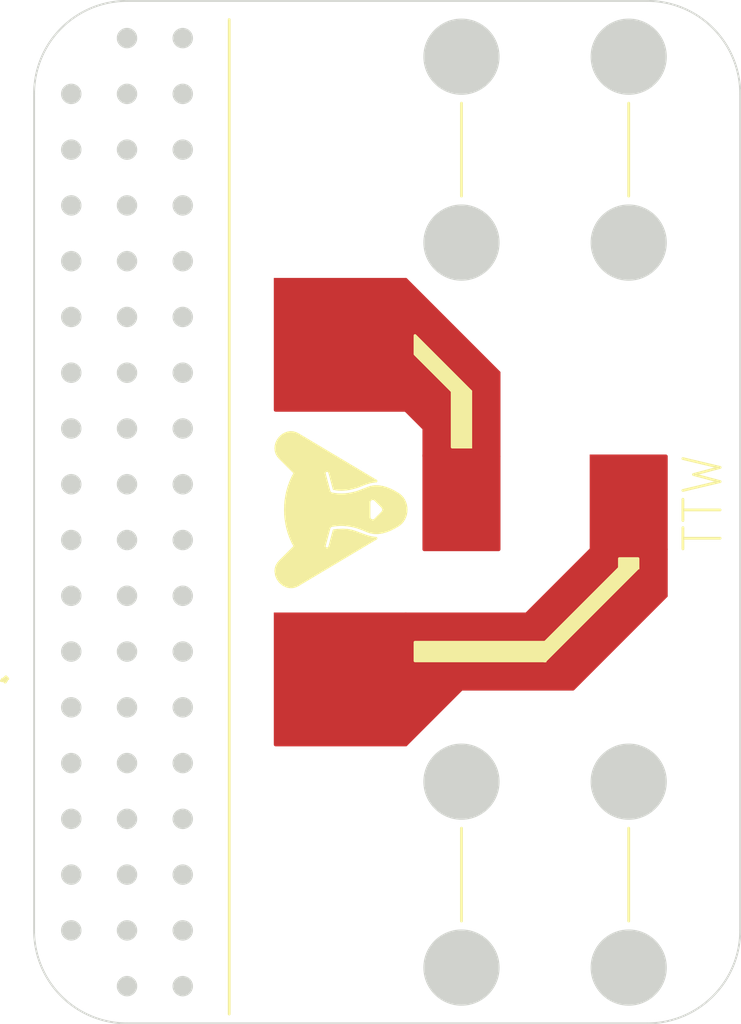
<source format=kicad_pcb>
(kicad_pcb (version 20211014) (generator pcbnew)

  (general
    (thickness 1.6)
  )

  (paper "A4")
  (layers
    (0 "F.Cu" signal)
    (31 "B.Cu" signal)
    (32 "B.Adhes" user "B.Adhesive")
    (33 "F.Adhes" user "F.Adhesive")
    (34 "B.Paste" user)
    (35 "F.Paste" user)
    (36 "B.SilkS" user "B.Silkscreen")
    (37 "F.SilkS" user "F.Silkscreen")
    (38 "B.Mask" user)
    (39 "F.Mask" user)
    (40 "Dwgs.User" user "User.Drawings")
    (41 "Cmts.User" user "User.Comments")
    (42 "Eco1.User" user "User.Eco1")
    (43 "Eco2.User" user "User.Eco2")
    (44 "Edge.Cuts" user)
    (45 "Margin" user)
    (46 "B.CrtYd" user "B.Courtyard")
    (47 "F.CrtYd" user "F.Courtyard")
    (48 "B.Fab" user)
    (49 "F.Fab" user)
    (50 "User.1" user)
    (51 "User.2" user)
    (52 "User.3" user)
    (53 "User.4" user)
    (54 "User.5" user)
    (55 "User.6" user)
    (56 "User.7" user)
    (57 "User.8" user)
    (58 "User.9" user)
  )

  (setup
    (pad_to_mask_clearance 0)
    (pcbplotparams
      (layerselection 0x00010a0_7fffffff)
      (disableapertmacros false)
      (usegerberextensions false)
      (usegerberattributes true)
      (usegerberadvancedattributes true)
      (creategerberjobfile true)
      (svguseinch false)
      (svgprecision 6)
      (excludeedgelayer true)
      (plotframeref false)
      (viasonmask false)
      (mode 1)
      (useauxorigin false)
      (hpglpennumber 1)
      (hpglpenspeed 20)
      (hpglpendiameter 15.000000)
      (dxfpolygonmode true)
      (dxfimperialunits true)
      (dxfusepcbnewfont true)
      (psnegative false)
      (psa4output false)
      (plotreference true)
      (plotvalue true)
      (plotinvisibletext false)
      (sketchpadsonfab false)
      (subtractmaskfromsilk false)
      (outputformat 1)
      (mirror false)
      (drillshape 0)
      (scaleselection 1)
      (outputdirectory "TTW_Single/")
    )
  )

  (net 0 "")

  (gr_poly
    (pts
      (xy 106 117)
      (xy 101 122)
      (xy 95 122)
      (xy 92 125)
      (xy 92 118)
      (xy 98.5 118)
      (xy 102 114.5)
      (xy 106 114.5)
    ) (layer "F.Cu") (width 0.2) (fill solid) (tstamp 1d39a0bf-be9c-4e18-9fda-3f37c94b5b0f))
  (gr_poly
    (pts
      (xy 97 105)
      (xy 97 109.5)
      (xy 93 109.5)
      (xy 93 108)
      (xy 92 107)
      (xy 92 100)
    ) (layer "F.Cu") (width 0.2) (fill solid) (tstamp 3c62d3ef-879f-4737-8e23-5e9c825b93b4))
  (gr_poly
    (pts
      (xy 94.5 105)
      (xy 94.5 106)
      (xy 92 103.5)
      (xy 92 102.5)
    ) (layer "F.Cu") (width 0.2) (fill solid) (tstamp 5770fd40-b29e-4fff-b73c-cd53c53b3b44))
  (gr_rect (start 102 109.5) (end 106 114.5) (layer "F.Cu") (width 0.2) (fill solid) (tstamp 70e24cdc-0df8-4918-bd2d-f58edecd5417))
  (gr_rect (start 85 100) (end 92 107) (layer "F.Cu") (width 0.2) (fill solid) (tstamp cf5592d6-6419-4498-af9f-d8080878d597))
  (gr_rect (start 93 109.5) (end 97 114.5) (layer "F.Cu") (width 0.2) (fill solid) (tstamp d1a88889-7a89-4dab-8aa9-44aebb3284f8))
  (gr_rect (start 85 118) (end 92 125) (layer "F.Cu") (width 0.2) (fill solid) (tstamp ed9d2ea4-6822-4e42-81fb-beef18bbf723))
  (gr_line (start 89.913744 110.920066) (end 89.913744 110.541045) (layer "F.SilkS") (width 0.15) (tstamp 0052942e-d52d-4518-b36e-3b42386a1263))
  (gr_line (start 88.167544 111.545266) (end 88.167544 113.189876) (layer "F.SilkS") (width 0.15) (tstamp 007bbf84-2a94-4958-89e3-34275003607b))
  (gr_line (start 89.675644 110.399066) (end 89.675644 111.013552) (layer "F.SilkS") (width 0.15) (tstamp 008a0b3c-aae8-4560-a77a-163928f6e355))
  (gr_line (start 85.627544 109.970666) (end 85.627544 108.248846) (layer "F.SilkS") (width 0.15) (tstamp 00a7085b-5950-4a69-bc26-c5d193cb3c5f))
  (gr_line (start 70.240444 121.568366) (end 70.505044 121.568366) (layer "F.SilkS") (width 0.15) (tstamp 01715a9b-3939-49c2-896d-55672ba8119f))
  (gr_line (start 86.228744 108.343666) (end 86.082678 108.268947) (layer "F.SilkS") (width 0.15) (tstamp 0199006e-8e15-4f1f-8818-637cf8ac8f63))
  (gr_line (start 85.145194 115.262564) (end 85.070694 115.39439) (layer "F.SilkS") (width 0.15) (tstamp 01fcb05b-0aed-40e2-a2b5-2e906b122aab))
  (gr_line (start 87.294344 108.979166) (end 87.294344 115.756446) (layer "F.SilkS") (width 0.15) (tstamp 040fdb97-08f9-47cb-aa81-7cdf98dc10e9))
  (gr_line (start 85.013344 115.670696) (end 85.013344 115.670696) (layer "F.SilkS") (width 0.15) (tstamp 049c080c-5f65-4e2e-ae61-62c7c8cfb039))
  (gr_line (start 92.01179 112.240006) (end 91.989174 112.114181) (layer "F.SilkS") (width 0.15) (tstamp 05dcda5c-8cd0-4c68-bfda-7273164cbd0b))
  (gr_line (start 85.936744 108.229034) (end 85.793345 108.220839) (layer "F.SilkS") (width 0.15) (tstamp 065e569f-1362-4d39-8033-e06ce2ae66e9))
  (gr_line (start 88.474294 113.165218) (end 88.712238 113.171251) (layer "F.SilkS") (width 0.15) (tstamp 07ea0f5f-a6b4-43a2-9f12-e5e2d8743c79))
  (gr_line (start 89.516844 113.668006) (end 89.516844 114.431134) (layer "F.SilkS") (width 0.15) (tstamp 08ea6df2-5930-49b5-9468-3cba1ffe5314))
  (gr_line (start 87.770644 114.481066) (end 87.770644 115.472426) (layer "F.SilkS") (width 0.15) (tstamp 095af669-33c8-450f-bed2-42bf2c717a79))
  (gr_line (start 90.035924 112.840517) (end 90.024444 112.783646) (layer "F.SilkS") (width 0.15) (tstamp 0a285ab2-31c5-4ee7-9803-3446c07b7143))
  (gr_line (start 88.485044 111.271466) (end 88.485044 109.689116) (layer "F.SilkS") (width 0.15) (tstamp 0b7f9009-2ce1-40c9-848b-38feace8af98))
  (gr_line (start 88.564344 109.736366) (end 88.564344 111.271786) (layer "F.SilkS") (width 0.15) (tstamp 0d019857-372e-45ea-b195-250d8b24e8b2))
  (gr_line (start 86.659344 108.600466) (end 86.659344 116.135026) (layer "F.SilkS") (width 0.15) (tstamp 0d138cff-7322-459d-b870-f24879db0e17))
  (gr_line (start 91.747937 113.066358) (end 91.830862 112.967742) (layer "F.SilkS") (width 0.15) (tstamp 0d55c1ce-0eba-4c6c-8b2f-6ccac03cf323))
  (gr_line (start 90.366074 111.826336) (end 90.766094 112.226366) (layer "F.SilkS") (width 0.15) (tstamp 0f9fc093-dd6b-48e7-82e7-8e5e0794d77e))
  (gr_line (start 87.840488 110.2684) (end 87.884707 110.303835) (layer "F.SilkS") (width 0.15) (tstamp 0fd74537-4966-462c-b8b9-52e6fd7bd416))
  (gr_line (start 87.453144 109.073766) (end 87.453144 115.661716) (layer "F.SilkS") (width 0.15) (tstamp 10746264-62cf-4a40-9b81-d9871c9c66af))
  (gr_line (start 89.182953 113.242867) (end 89.413556 113.305512) (layer "F.SilkS") (width 0.15) (tstamp 10981cbc-4a00-42e5-a35d-b76ab22115bc))
  (gr_line (start 89.596244 111.045866) (end 89.596244 110.351657) (layer "F.SilkS") (width 0.15) (tstamp 12e9a2df-ca40-49ba-a08d-c1cca0f8fd13))
  (gr_line (start 87.929344 113.254196) (end 87.929344 111.481316) (layer "F.SilkS") (width 0.15) (tstamp 1333cc4e-6cce-435f-99a4-12b771cb21e5))
  (gr_line (start 89.040644 113.511696) (end 89.040644 114.715126) (layer "F.SilkS") (width 0.15) (tstamp 13510c20-44f5-4cb3-86f6-2357316a0ba0))
  (gr_line (start 88.088144 113.202666) (end 88.088144 111.531816) (layer "F.SilkS") (width 0.15) (tstamp 139ba6c8-3110-4c6d-8263-8fbaf0f34d67))
  (gr_line (start 90.310634 113.602636) (end 90.310634 112.950813) (layer "F.SilkS") (width 0.15) (tstamp 13deb2e3-19c8-4562-9ae8-8b76617f0150))
  (gr_line (start 85.706844 113.565996) (end 85.706844 111.169556) (layer "F.SilkS") (width 0.15) (tstamp 1532a1de-9086-4035-a789-3acff2a583a5))
  (gr_line (start 91.143462 113.437528) (end 91.344239 113.338847) (layer "F.SilkS") (width 0.15) (tstamp 163b31c6-4bee-47db-88c7-e7bb22dc0447))
  (gr_line (start 88.992381 111.530795) (end 88.7566 111.561521) (layer "F.SilkS") (width 0.15) (tstamp 16949271-87fa-4426-a540-400110a65293))
  (gr_line (start 88.144544 113.500236) (end 87.910744 114.372536) (layer "F.SilkS") (width 0.15) (tstamp 184c12a6-11de-4920-b1ba-78532a314f3f))
  (gr_line (start 87.879744 113.328926) (end 87.923344 113.257156) (layer "F.SilkS") (width 0.15) (tstamp 18f0c257-9bab-4c64-98f7-aefe89013a90))
  (gr_line (start 90.724025 113.575176) (end 90.936174 113.517905) (layer "F.SilkS") (width 0.15) (tstamp 192ea9d0-0abd-4c68-8ffd-edb2da3c4069))
  (gr_line (start 88.246844 113.179896) (end 88.246844 111.555736) (layer "F.SilkS") (width 0.15) (tstamp 1aea5373-1e52-4298-ac2f-56b8f151460b))
  (gr_line (start 85.145172 109.473167) (end 85.253444 109.596466) (layer "F.SilkS") (width 0.15) (tstamp 1b32c511-d36a-452a-832f-13725d907b24))
  (gr_line (start 88.989144 111.226828) (end 89.399678 111.117774) (layer "F.SilkS") (width 0.15) (tstamp 1b33cf6c-2000-4f6f-9841-5dcf52310eca))
  (gr_line (start 87.929344 109.357766) (end 87.929344 110.432666) (layer "F.SilkS") (width 0.15) (tstamp 1b61e3c0-8723-49c8-9463-ec61a0e549e5))
  (gr_line (start 85.025846 108.926806) (end 85.013421 109.065199) (layer "F.SilkS") (width 0.15) (tstamp 1be0c1bf-cc75-4832-a421-de4b5e71477e))
  (gr_line (start 88.008744 110.728866) (end 88.008744 109.405136) (layer "F.SilkS") (width 0.15) (tstamp 1bf9850a-c70c-4682-b869-386048215e59))
  (gr_line (start 89.913744 114.194486) (end 89.913744 113.812946) (layer "F.SilkS") (width 0.15) (tstamp 1c07a1d5-9f2c-4bea-8a65-f2a8e6c6c905))
  (gr_line (start 88.405644 113.472266) (end 88.405644 115.093776) (layer "F.SilkS") (width 0.15) (tstamp 1cb6ac0f-edd7-400c-a02a-111aee9070ca))
  (gr_line (start 91.89871 111.876134) (end 91.830862 111.767799) (layer "F.SilkS") (width 0.15) (tstamp 1ccddb77-891a-46b5-a513-b9a6b840c8d9))
  (gr_line (start 91.989174 112.621365) (end 92.01179 112.495541) (layer "F.SilkS") (width 0.15) (tstamp 1e50b0a1-c905-40ed-8160-377ed4b3ab73))
  (gr_line (start 87.728044 110.260716) (end 87.785721 110.254711) (layer "F.SilkS") (width 0.15) (tstamp 1e6a2287-0b0a-4139-ab35-ab83632addf4))
  (gr_line (start 90.058548 111.854918) (end 90.098693 111.813574) (layer "F.SilkS") (width 0.15) (tstamp 1ebc8f88-089b-4d3d-bec5-bcd3f343e498))
  (gr_line (start 86.500644 108.505866) (end 86.500644 116.229756) (layer "F.SilkS") (width 0.15) (tstamp 1f5d9416-dd77-41ba-9895-ab6fa5ffd645))
  (gr_line (start 91.104384 111.280966) (end 91.104384 113.454316) (layer "F.SilkS") (width 0.15) (tstamp 2142f79a-8df6-47fc-a046-4deeaac50c1b))
  (gr_line (start 89.225589 111.48159) (end 88.992381 111.530795) (layer "F.SilkS") (width 0.15) (tstamp 227a795d-c9bb-491b-8c5e-a9cb57b538cb))
  (gr_line (start 87.373744 115.709076) (end 87.373744 109.026466) (layer "F.SilkS") (width 0.15) (tstamp 2340fc3a-9c01-4197-ba2e-9dbaeee51d15))
  (gr_line (start 88.712238 113.171251) (end 88.948819 113.197623) (layer "F.SilkS") (width 0.15) (tstamp 23ada33a-d0e0-4d17-9825-d434c6b99d5a))
  (gr_line (start 89.301115 113.588595) (end 89.083313 113.522118) (layer "F.SilkS") (width 0.15) (tstamp 27136d87-4ba1-4065-83e7-cea08de71bff))
  (gr_line (start 90.707514 112.567776) (end 90.707514 113.578296) (layer "F.SilkS") (width 0.15) (tstamp 2770f819-5550-4806-95f0-2059d16d4f9d))
  (gr_line (start 89.120044 111.198366) (end 89.120044 110.067706) (layer "F.SilkS") (width 0.15) (tstamp 27910277-ed05-4bac-8286-b52489cd23cc))
  (gr_line (start 90.469384 112.805906) (end 90.469384 113.606294) (layer "F.SilkS") (width 0.15) (tstamp 28176b7d-3155-4f96-8d1e-69ea29c38111))
  (gr_line (start 85.865644 108.221266) (end 85.865644 110.208756) (layer "F.SilkS") (width 0.15) (tstamp 28205b46-e0b0-49f9-aa74-6ee34daaa32d))
  (gr_line (start 87.998644 111.515466) (end 87.923344 111.478366) (layer "F.SilkS") (width 0.15) (tstamp 286845e5-dd48-4dec-b260-ae0f059e9f22))
  (gr_line (start 85.151244 108.614466) (end 85.151244 109.481386) (layer "F.SilkS") (width 0.15) (tstamp 2955d9ef-5596-48ee-8d20-65dd46c5529d))
  (gr_line (start 85.070694 115.39439) (end 85.027544 115.531456) (layer "F.SilkS") (width 0.15) (tstamp 29f31187-f913-46b4-9f76-943a04070ec5))
  (gr_line (start 88.961244 111.231866) (end 88.961244 109.973016) (layer "F.SilkS") (width 0.15) (tstamp 2af492f7-c4da-41a9-b18a-89f723be92d0))
  (gr_line (start 89.278744 111.467866) (end 89.278744 113.266896) (layer "F.SilkS") (width 0.15) (tstamp 2b9804be-b13c-444b-ad85-aa1c3fcdb0dc))
  (gr_line (start 90.231264 110.842066) (end 90.231264 110.730386) (layer "F.SilkS") (width 0.15) (tstamp 2ce760c6-1693-4162-8c59-b9e740ccb492))
  (gr_line (start 90.393564 110.827166) (end 86.228744 108.343666) (layer "F.SilkS") (width 0.15) (tstamp 2dcb7c07-4502-4015-94b1-199b7149ad0c))
  (gr_line (start 85.656563 111.345552) (end 85.599559 111.59743) (layer "F.SilkS") (width 0.15) (tstamp 2ef2c819-1b33-494d-8c8a-3cd44ca605d4))
  (gr_line (start 88.088144 109.452466) (end 88.088144 111.025036) (layer "F.SilkS") (width 0.15) (tstamp 2f724ca8-0885-4def-8181-c333bd295e28))
  (gr_line (start 90.317525 111.7888) (end 90.366074 111.826336) (layer "F.SilkS") (width 0.15) (tstamp 2fbf5587-6ecb-4c7e-849d-492f9c593112))
  (gr_poly
    (pts
      (xy 99.5 120.5)
      (xy 92.5 120.5)
      (xy 92.5 119.5)
      (xy 99.5 119.5)
    ) (layer "F.SilkS") (width 0.15) (fill solid) (tstamp 30cb904b-5ea3-46ee-a8ad-6b34e720205e))
  (gr_line (start 85.534412 112.625949) (end 85.558842 112.883077) (layer "F.SilkS") (width 0.15) (tstamp 30db3aa9-a38b-4598-9df2-c8e5f543a6fb))
  (gr_line (start 89.859844 113.477136) (end 90.074926 113.560321) (layer "F.SilkS") (width 0.15) (tstamp 31140e3b-2ab1-4338-ba3c-441e35bc148f))
  (gr_line (start 90.393564 113.908376) (end 90.166803 113.879737) (layer "F.SilkS") (width 0.15) (tstamp 3121c5b6-4274-4741-8673-08e4b3c2b6b7))
  (gr_line (start 91.830862 112.967742) (end 91.89871 112.859409) (layer "F.SilkS") (width 0.15) (tstamp 32de5fbe-e745-4dc2-a9bb-4a5daa486304))
  (gr_line (start 91.344239 113.338847) (end 91.536854 113.226666) (layer "F.SilkS") (width 0.15) (tstamp 331d3a08-52f1-4df5-9413-32df5d55b9eb))
  (gr_line (start 90.231264 113.891136) (end 90.231264 114.005161) (layer "F.SilkS") (width 0.15) (tstamp 3422a177-1c80-4a6d-b9d2-756fa9e63fea))
  (gr_line (start 88.326244 115.141106) (end 88.326244 113.478286) (layer "F.SilkS") (width 0.15) (tstamp 348858d2-d11c-48da-8bc1-b42c33c74cbb))
  (gr_line (start 88.144544 111.235266) (end 88.356989 111.264788) (layer "F.SilkS") (width 0.15) (tstamp 34b485ca-18d4-4bfc-9623-71d4dba4d07e))
  (gr_line (start 85.945044 110.288166) (end 85.945044 108.230646) (layer "F.SilkS") (width 0.15) (tstamp 3502e02a-0700-4d65-887e-34689b9fe3d1))
  (gr_line (start 90.628134 112.647156) (end 90.628134 113.591869) (layer "F.SilkS") (width 0.15) (tstamp 36e5db68-6d42-45b2-a5f3-241c4de6a200))
  (gr_line (start 90.310634 110.832366) (end 90.310634 110.777665) (layer "F.SilkS") (width 0.15) (tstamp 3767ca13-bbfa-46b4-b6ac-a838bd6a97f4))
  (gr_line (start 91.025014 113.486116) (end 91.025014 111.249326) (layer "F.SilkS") (width 0.15) (tstamp 38308449-6e6d-4490-925c-cb96ded84b24))
  (gr_line (start 90.210765 112.966812) (end 90.155659 112.953707) (layer "F.SilkS") (width 0.15) (tstamp 383456e8-a3f4-4bcf-8e86-5d55793579bd))
  (gr_line (start 90.262368 111.770472) (end 90.317525 111.7888) (layer "F.SilkS") (width 0.15) (tstamp 38b24800-dad7-4d5b-856d-ed681569c305))
  (gr_line (start 87.879744 111.406566) (end 87.620944 110.440666) (layer "F.SilkS") (width 0.15) (tstamp 3ac919a7-bc94-4ccf-beff-36efd598687f))
  (gr_line (start 91.156569 111.30356) (end 90.95363 111.223468) (layer "F.SilkS") (width 0.15) (tstamp 3b3dfd9a-85f5-40b2-be26-ebd575c4be57))
  (gr_line (start 89.040644 113.213276) (end 89.040644 111.522016) (layer "F.SilkS") (width 0.15) (tstamp 3b96b4f3-4f25-486f-8b70-c0c316173d06))
  (gr_line (start 90.108874 111.166818) (end 89.900644 111.242866) (layer "F.SilkS") (width 0.15) (tstamp 3bcdf90c-e222-4fe5-9fdd-898f6150ce02))
  (gr_line (start 88.948819 113.197623) (end 89.182953 113.242867) (layer "F.SilkS") (width 0.15) (tstamp 3d0d05be-21f6-4e8e-abe0-de7a58274294))
  (gr_line (start 85.925294 114.116178) (end 86.047444 114.344936) (layer "F.SilkS") (width 0.15) (tstamp 3d399545-aa5a-4460-a13a-1cb8a7d24865))
  (gr_line (start 88.643744 114.951776) (end 88.643744 113.467156) (layer "F.SilkS") (width 0.15) (tstamp 3d67d58e-71bd-4545-8755-61d285b7410c))
  (gr_line (start 85.198506 108.547628) (end 85.120793 108.664935) (layer "F.SilkS") (width 0.15) (tstamp 3e9f9538-bedb-4fcf-931f-bc8a098dafde))
  (gr_line (start 86.024344 108.249366) (end 86.024344 110.367566) (layer "F.SilkS") (width 0.15) (tstamp 3ecb3ae0-d325-4522-995c-1ac536ad237b))
  (gr_line (start 88.246844 113.486696) (end 88.246844 115.188436) (layer "F.SilkS") (width 0.15) (tstamp 41d13502-8a73-4d6b-8836-a3526e707ca8))
  (gr_line (start 88.042944 111.523066) (end 87.998644 111.515466) (layer "F.SilkS") (width 0.15) (tstamp 4265b824-7251-40c4-be69-c400cd19f461))
  (gr_line (start 89.639548 113.384092) (end 89.859844 113.477136) (layer "F.SilkS") (width 0.15) (tstamp 465d8633-cab9-4735-b607-bce768c8ff1e))
  (gr_line (start 104 129.5) (end 104 134.5) (layer "F.SilkS") (width 0.15) (tstamp 47be07e2-a16d-4490-bef1-4dcfb85bf44e))
  (gr_line (start 89.437544 111.104466) (end 89.437544 110.25702) (layer "F.SilkS") (width 0.15) (tstamp 491daa5b-4429-49f5-80cc-cc31760fa42b))
  (gr_line (start 85.865644 113.988256) (end 85.865644 110.747296) (layer "F.SilkS") (width 0.15) (tstamp 49b355da-6c53-4c89-b48e-e1f955362ebd))
  (gr_line (start 85.865644 114.526786) (end 85.865644 116.513776) (layer "F.SilkS") (width 0.15) (tstamp 4b40db8d-fe03-40d8-8ee9-acbf1ea10c61))
  (gr_line (start 85.027544 115.531456) (end 85.013344 115.670696) (layer "F.SilkS") (width 0.15) (tstamp 4d916edd-533b-4f4e-8cb7-c05bb8990e4b))
  (gr_line (start 88.723144 109.831066) (end 88.723144 111.263866) (layer "F.SilkS") (width 0.15) (tstamp 4d9bd150-4a3b-485c-acb5-7010b9ad40ad))
  (gr_line (start 89.278744 111.155766) (end 89.278744 110.162345) (layer "F.SilkS") (width 0.15) (tstamp 4df33986-5148-4a30-a14d-5a0ce7cf72a3))
  (gr_line (start 90.155659 112.953707) (end 90.105503 112.927193) (layer "F.SilkS") (width 0.15) (tstamp 4e09aa4f-88c8-46f4-9a97-f4c70e323b17))
  (gr_line (start 90.945634 111.220866) (end 90.945634 113.514626) (layer "F.SilkS") (width 0.15) (tstamp 4e3801c5-d996-4fa3-9a85-1e88efae2d85))
  (gr_line (start 91.977514 112.664796) (end 91.977514 112.070766) (layer "F.SilkS") (width 0.15) (tstamp 4e6eafd8-fab8-48ca-8e97-46f04080d4e7))
  (gr_line (start 90.319944 112.946212) (end 90.266851 112.964862) (layer "F.SilkS") (width 0.15) (tstamp 4f1d0c9e-b229-4c1a-9ba9-6f8ed07de24e))
  (gr_line (start 88.961244 114.762456) (end 88.961244 113.494706) (layer "F.SilkS") (width 0.15) (tstamp 4f72fa86-9779-4209-8808-2d0d10e2537a))
  (gr_line (start 90.089073 110.869628) (end 90.240151 110.840677) (layer "F.SilkS") (width 0.15) (tstamp 4f87e57e-b6dd-4c89-b8bf-4354264d23e2))
  (gr_line (start 91.951481 112.743302) (end 91.989174 112.621365) (layer "F.SilkS") (width 0.15) (tstamp 4fb539b5-5b62-4465-8981-da7247022f25))
  (gr_line (start 90.072544 113.858406) (end 90.072544 114.09982) (layer "F.SilkS") (width 0.15) (tstamp 4fbf2c2d-02a6-4ac0-a2b5-45fdda589ec9))
  (gr_line (start 85.548144 108.276766) (end 85.548144 109.891206) (layer "F.SilkS") (width 0.15) (tstamp 50524c94-201d-41c6-bd9c-588d89d32303))
  (gr_line (start 90.310634 113.901586) (end 90.310634 113.957826) (layer "F.SilkS") (width 0.15) (tstamp 512af416-1a67-4ef8-9111-58ee51394adc))
  (gr_line (start 92.01179 112.495541) (end 92.019329 112.367773) (layer "F.SilkS") (width 0.15) (tstamp 517bc7e5-8ab7-4aa4-a84a-c264664183f4))
  (gr_line (start 85.293176 108.443523) (end 85.198506 108.547628) (layer "F.SilkS") (width 0.15) (tstamp 529c170a-8cd3-4804-aa85-a04977036166))
  (gr_line (start 88.860271 113.478348) (end 88.629644 113.467376) (layer "F.SilkS") (width 0.15) (tstamp 52a955b5-2160-42ed-9537-5dbbc9667186))
  (gr_line (start 90.533368 111.132686) (end 90.320529 111.13171) (layer "F.SilkS") (width 0.15) (tstamp 5456fca0-f986-4d82-acf5-14cc8d5d0067))
  (gr_line (start 89.993144 113.533686) (end 89.993144 111.203756) (layer "F.SilkS") (width 0.15) (tstamp 555aef80-9f96-4468-b886-3a8b831ff4d9))
  (gr_line (start 91.739384 111.660716) (end 91.739384 113.074846) (layer "F.SilkS") (width 0.15) (tstamp 55be4f3f-0967-486b-9132-39d98f9b56d2))
  (gr_line (start 85.688423 116.501461) (end 85.792899 116.514273) (layer "F.SilkS") (width 0.15) (tstamp 57940498-c3cd-4908-8fb5-0e7410dfbe83))
  (gr_line (start 87.850044 115.425086) (end 87.850044 114.461954) (layer "F.SilkS") (width 0.15) (tstamp 57d2e471-31e3-4e74-9599-83517e2ace92))
  (gr_line (start 88.280968 111.559632) (end 88.042944 111.523066) (layer "F.SilkS") (width 0.15) (tstamp 581151f4-3fa7-4737-9f7b-429a466ed9cd))
  (gr_line (start 90.064267 112.888914) (end 90.035924 112.840517) (layer "F.SilkS") (width 0.15) (tstamp 581c446b-0180-4ba3-b36e-f937af9f1ede))
  (gr_line (start 88.485044 111.571286) (end 88.485044 113.165136) (layer "F.SilkS") (width 0.15) (tstamp 586a315d-1d32-4363-8642-6f607ee1cf74))
  (gr_line (start 85.627544 116.486486) (end 85.627544 114.764926) (layer "F.SilkS") (width 0.15) (tstamp 5925f94e-5744-4d16-82f8-09eac97c7c10))
  (gr_line (start 90.098693 111.813574) (end 90.148808 111.784575) (layer "F.SilkS") (width 0.15) (tstamp 59a55ca5-ab20-4e94-8647-df093bf1fe16))
  (gr_line (start 85.786244 110.939966) (end 85.786244 113.795656) (layer "F.SilkS") (width 0.15) (tstamp 5b3bfcd0-09d4-4638-aee9-456757e54893))
  (gr_line (start 86.897544 115.993066) (end 86.897544 108.742486) (layer "F.SilkS") (width 0.15) (tstamp 5b3c8a28-a301-45e1-9c46-711b9258e3fa))
  (gr_line (start 88.167544 115.235766) (end 88.167544 113.497026) (layer "F.SilkS") (width 0.15) (tstamp 5b897bea-2fc0-4bec-a010-cc12e906e7a0))
  (gr_line (start 85.310044 108.428266) (end 85.310044 109.653116) (layer "F.SilkS") (width 0.15) (tstamp 5bd9895a-663d-4e34-88e6-df2210ae91ed))
  (gr_line (start 86.976844 108.789766) (end 86.976844 115.945686) (layer "F.SilkS") (width 0.15) (tstamp 5c33e85b-9256-410f-abe1-c96b5000d28c))
  (gr_line (start 85.548144 112.789436) (end 85.548144 111.946123) (layer "F.SilkS") (width 0.15) (tstamp 5c6f6609-7e72-46ea-b823-5c2dbe1feafe))
  (gr_line (start 88.881844 113.481516) (end 88.881844 114.809786) (layer "F.SilkS") (width 0.15) (tstamp 5d6d8d61-d5aa-4f7a-ab2a-44a96a05bbbc))
  (gr_line (start 85.013344 115.670696) (end 85.041111 115.876906) (layer "F.SilkS") (width 0.15) (tstamp 5d8891b4-5701-4506-857c-0581ebb36698))
  (gr_line (start 88.723144 113.172126) (end 88.723144 111.564096) (layer "F.SilkS") (width 0.15) (tstamp 5da6c52f-c5d7-4f05-b411-7d604910d5e1))
  (gr_line (start 85.230644 108.508866) (end 85.230644 109.574116) (layer "F.SilkS") (width 0.15) (tstamp 5f477958-ddce-445c-83b2-54dcff4a9505))
  (gr_line (start 87.884707 110.303835) (end 87.910744 110.363066) (layer "F.SilkS") (width 0.15) (tstamp 5f902456-e072-45ef-8f1b-9609f06414d0))
  (gr_line (start 89.358144 110.209666) (end 89.358144 111.131293) (layer "F.SilkS") (width 0.15) (tstamp 607b52bb-550e-401d-b601-4015958def82))
  (gr_line (start 87.691244 115.519756) (end 87.691244 114.460516) (layer "F.SilkS") (width 0.15) (tstamp 6182e4a1-5512-461b-8afc-b6020073c13d))
  (gr_line (start 89.755044 114.289146) (end 89.755044 113.758125) (layer "F.SilkS") (width 0.15) (tstamp 618b9f18-701b-4904-9826-941fce6e765e))
  (gr_line (start 90.548764 112.726526) (end 90.548764 113.601226) (layer "F.SilkS") (width 0.15) (tstamp 6208dd61-1155-4fbd-8322-92d55cd8eef7))
  (gr_line (start 87.675092 114.451185) (end 87.6345 114.411943) (layer "F.SilkS") (width 0.15) (tstamp 62b1f282-b91d-48d2-93df-207e4a905d02))
  (gr_line (start 88.236068 113.180994) (end 88.474294 113.165218) (layer "F.SilkS") (width 0.15) (tstamp 637ae112-6cd6-4977-90db-ecaff4825772))
  (gr_line (start 85.401931 116.379562) (end 85.587763 116.473874) (layer "F.SilkS") (width 0.15) (tstamp 648da178-7062-4a8b-af4c-5746adb21d33))
  (gr_line (start 85.786244 110.129366) (end 85.786244 108.221346) (layer "F.SilkS") (width 0.15) (tstamp 64b22ca0-383c-42b1-b459-7e2c77fc164b))
  (gr_line (start 91.421884 111.439766) (end 91.421884 113.295516) (layer "F.SilkS") (width 0.15) (tstamp 658e30f9-f1fc-4b4a-87f3-acea2b6d5a31))
  (gr_line (start 82.5 86) (end 82.5 139.5) (layer "F.SilkS") (width 0.15) (tstamp 65e63dce-7ab9-4f97-bd71-ba114ba0a987))
  (gr_line (start 85.792899 116.514273) (end 85.900179 116.511014) (layer "F.SilkS") (width 0.15) (tstamp 66d93f7c-f7b3-4ea9-9063-178c2f133012))
  (gr_line (start 90.072544 110.873866) (end 90.072544 110.635643) (layer "F.SilkS") (width 0.15) (tstamp 66e082b1-96fd-4a6d-9161-c257c7f69eee))
  (gr_line (start 87.6345 110.323607) (end 87.675092 110.284365) (layer "F.SilkS") (width 0.15) (tstamp 674daf3a-9cfe-4c1b-a074-7706f4d8240f))
  (gr_line (start 88.802544 114.857116) (end 88.802544 113.472066) (layer "F.SilkS") (width 0.15) (tstamp 67985528-9d74-4902-995c-22b95e30d224))
  (gr_line (start 90.072544 113.559576) (end 90.072544 112.898358) (layer "F.SilkS") (width 0.15) (tstamp 68186606-d0bd-4cb2-a2ef-f95ceb7b4d8a))
  (gr_line (start 90.508667 113.604538) (end 90.724025 113.575176) (layer "F.SilkS") (width 0.15) (tstamp 695b80ab-ddaf-4c1a-81c6-358b3c79183c))
  (gr_line (start 85.310044 116.307336) (end 85.310044 115.082456) (layer "F.SilkS") (width 0.15) (tstamp 6967fcce-db83-407f-b768-3ec88341d609))
  (gr_line (start 86.103744 116.457606) (end 86.103744 108.277786) (layer "F.SilkS") (width 0.15) (tstamp 6a420fe2-5c36-4f22-a52c-c3603f919c50))
  (gr_line (start 88.564344 113.466776) (end 88.564344 114.999106) (layer "F.SilkS") (width 0.15) (tstamp 6a8f5517-5bf5-4673-aae3-b484b3a05f31))
  (gr_line (start 90.266851 112.964862) (end 90.210765 112.966812) (layer "F.SilkS") (width 0.15) (tstamp 6b9213c3-1147-469d-9659-cbc10890d74a))
  (gr_line (start 90.95363 111.223468) (end 90.745149 111.164891) (layer "F.SilkS") (width 0.15) (tstamp 6c29da0c-c796-447b-968f-9086ccad5781))
  (gr_line (start 91.951481 111.992243) (end 91.89871 111.876134) (layer "F.SilkS") (width 0.15) (tstamp 6cccbad0-2375-4029-ae79-ef57a5b8b29c))
  (gr_line (start 85.253444 109.596466) (end 86.047444 110.390566) (layer "F.SilkS") (width 0.15) (tstamp 6d4289b7-38c9-42a7-98a0-56c2e42d3019))
  (gr_line (start 89.120044 114.667796) (end 89.120044 113.532076) (layer "F.SilkS") (width 0.15) (tstamp 6d711f3e-f123-488b-b2f5-2daf65da5c83))
  (gr_line (start 90.786884 112.276516) (end 90.786884 111.174726) (layer "F.SilkS") (width 0.15) (tstamp 6e24062b-f5dc-460c-9560-86d27ad41aa5))
  (gr_line (start 91.747937 111.66918) (end 91.649934 111.582222) (layer "F.SilkS") (width 0.15) (tstamp 6f0342ad-1437-469c-a248-e677256a65d1))
  (gr_line (start 89.199344 113.555256) (end 89.199344 114.620456) (layer "F.SilkS") (width 0.15) (tstamp 6f710556-a6b2-4ea2-bb7e-0d39b5459c93))
  (gr_line (start 87.850044 110.273566) (end 87.850044 109.310413) (layer "F.SilkS") (width 0.15) (tstamp 6fdc6dc0-3192-442d-815f-7ffecad653fd))
  (gr_line (start 90.204747 111.769635) (end 90.262368 111.770472) (layer "F.SilkS") (width 0.15) (tstamp 700f1d04-953d-4f61-8c27-25f7a84b5fed))
  (gr_line (start 85.120521 116.070703) (end 85.243489 116.241714) (layer "F.SilkS") (width 0.15) (tstamp 7172734e-f7a9-4a3f-a674-04563e67b908))
  (gr_line (start 87.884707 114.431737) (end 87.840488 114.467155) (layer "F.SilkS") (width 0.15) (tstamp 71f3f5b8-73ec-466f-8757-0bfb27dc1030))
  (gr_line (start 95 95.5) (end 95 90.5) (layer "F.SilkS") (width 0.15) (tstamp 73a1a4b8-d1f0-42dd-932a-358f02a19164))
  (gr_line (start 90.390014 110.827266) (end 90.390014 110.824985) (layer "F.SilkS") (width 0.15) (tstamp 74215f6d-d6ae-4b6d-98f0-b526a0abc682))
  (gr_line (start 87.923344 111.478366) (end 87.879744 111.406566) (layer "F.SilkS") (width 0.15) (tstamp 74a8f89a-431c-40d6-aa80-2abdfea08dc9))
  (gr_line (start 90.231264 113.593656) (end 90.231264 112.967812) (layer "F.SilkS") (width 0.15) (tstamp 74d738a4-d4b5-4f80-9323-8f970db8c534))
  (gr_line (start 91.649934 113.153314) (end 91.747937 113.066358) (layer "F.SilkS") (width 0.15) (tstamp 74e5bb37-ba01-4837-ba21-9021ddd61785))
  (gr_line (start 90.032517 111.906891) (end 90.058548 111.854918) (layer "F.SilkS") (width 0.15) (tstamp 761f8258-6c10-401f-9efe-d2fa084403ab))
  (gr_line (start 85.81943 113.880066) (end 85.925294 114.116178) (layer "F.SilkS") (width 0.15) (tstamp 76bb2ab6-4c78-4e26-834a-ae59931fd2f1))
  (gr_line (start 70.293344 121.488991) (end 70.452144 121.647741) (layer "F.SilkS") (width 0.15) (tstamp 776fdb57-b021-4b4d-98fe-f157e2de07a9))
  (gr_line (start 85.243489 116.241714) (end 85.401931 116.379562) (layer "F.SilkS") (width 0.15) (tstamp 784c985f-6d24-407a-a39d-1d1034d8842c))
  (gr_line (start 89.278744 114.573136) (end 89.278744 113.581073) (layer "F.SilkS") (width 0.15) (tstamp 7875597b-e611-41db-aa13-de470f7096aa))
  (gr_line (start 85.706844 108.230566) (end 85.706844 110.050026) (layer "F.SilkS") (width 0.15) (tstamp 7888e991-7669-43b9-b3fd-ff65dfb052e3))
  (gr_line (start 88.008744 115.330426) (end 88.008744 114.006796) (layer "F.SilkS") (width 0.15) (tstamp 7c103f41-d9b4-46c8-9f09-59c81f6b5df0))
  (gr_line (start 87.910744 110.363066) (end 88.144544 111.235266) (layer "F.SilkS") (width 0.15) (tstamp 7c588947-76c2-4ba7-9cb4-d710fe9f09d7))
  (gr_line (start 89.834344 110.493666) (end 89.834344 110.947617) (layer "F.SilkS") (width 0.15) (tstamp 7cf5f391-ec45-4c7b-ab9a-e8c44db96fff))
  (gr_line (start 85.945044 116.504566) (end 85.945044 114.447406) (layer "F.SilkS") (width 0.15) (tstamp 7e1271f7-5fa2-4986-b483-311195860b61))
  (gr_line (start 91.501264 113.248526) (end 91.501264 111.486866) (layer "F.SilkS") (width 0.15) (tstamp 7e7f43d8-68ac-454d-a852-94d7942fc2b6))
  (gr_line (start 85.468744 116.420536) (end 85.468744 114.923686) (layer "F.SilkS") (width 0.15) (tstamp 7ee761cd-0dc7-4eb4-86c2-b404974aa665))
  (gr_line (start 90.024444 112.783646) (end 90.024744 112.767776) (layer "F.SilkS") (width 0.15) (tstamp 7f53e0da-0321-4885-960d-8130f71bbc91))
  (gr_line (start 90.166803 113.879737) (end 89.946521 113.823348) (layer "F.SilkS") (width 0.15) (tstamp 809b2925-6da5-4a95-8dea-22c852f18ace))
  (gr_line (start 88.356989 111.264788) (end 88.56901 111.271777) (layer "F.SilkS") (width 0.15) (tstamp 80c89477-8926-4866-8cba-f8dc43791276))
  (gr_line (start 89.120044 111.506066) (end 89.120044 113.228956) (layer "F.SilkS") (width 0.15) (tstamp 8103618b-71ad-4b5d-9fd8-5dcd90d6bd6c))
  (gr_line (start 89.755044 110.979466) (end 89.755044 110.446317) (layer "F.SilkS") (width 0.15) (tstamp 8113eae9-7c53-4c90-b742-38372e16abee))
  (gr_line (start 88.643744 111.569016) (end 88.643744 113.167446) (layer "F.SilkS") (width 0.15) (tstamp 81bf093b-5c2e-4bd1-a764-85c8e91d344a))
  (gr_line (start 87.691244 110.703066) (end 87.691244 114.032536) (layer "F.SilkS") (width 0.15) (tstamp 826c83d5-33da-494a-ba35-b3bd78c5e89c))
  (gr_line (start 85.062438 108.792356) (end 85.025846 108.926806) (layer "F.SilkS") (width 0.15) (tstamp 82a2b687-e4a8-4552-990a-be03079e77e3))
  (gr_poly
    (pts
      (xy 99.5 120.5)
      (xy 99.5 119.5)
      (xy 103.5 115.5)
      (xy 104.5 115.5)
    ) (layer "F.SilkS") (width 0.15) (fill solid) (tstamp 83c90dd4-1a82-4674-b67a-aade63da0a8b))
  (gr_line (start 89.437544 111.421466) (end 89.437544 113.313176) (layer "F.SilkS") (width 0.15) (tstamp 848669c4-4176-4a9b-805b-fa1fb47149b9))
  (gr_line (start 92.019329 112.367773) (end 92.01179 112.240006) (layer "F.SilkS") (width 0.15) (tstamp 84c9b20b-1a25-4edc-b05b-c043154d35cb))
  (gr_line (start 90.628134 112.088406) (end 90.628134 111.143658) (layer "F.SilkS") (width 0.15) (tstamp 86e4bb80-bd8f-4d85-b788-5b460d2a155c))
  (gr_line (start 85.468744 108.315066) (end 85.468744 109.811846) (layer "F.SilkS") (width 0.15) (tstamp 8715d003-2122-4468-aa98-934cf158694d))
  (gr_line (start 85.534412 112.10959) (end 85.526269 112.36777) (layer "F.SilkS") (width 0.15) (tstamp 87bfe3d5-8b1e-4266-9027-276c2fd62328))
  (gr_line (start 91.263134 111.354166) (end 91.263134 113.380906) (layer "F.SilkS") (width 0.15) (tstamp 89c8493e-d2fa-4fd7-afec-013b19d6be37))
  (gr_line (start 89.900644 111.242866) (end 89.455311 111.415883) (layer "F.SilkS") (width 0.15) (tstamp 8a305159-9c4e-4f1d-997c-508a50ffe9c9))
  (gr_line (start 90.366074 112.909216) (end 90.319944 112.946212) (layer "F.SilkS") (width 0.15) (tstamp 8b2b9617-6d10-4c6f-b671-cae9eb5bc89b))
  (gr_line (start 86.421244 116.277046) (end 86.421244 108.458496) (layer "F.SilkS") (width 0.15) (tstamp 8b79dd42-57a8-4220-a701-370c8831e139))
  (gr_line (start 87.613906 114.359155) (end 87.620944 114.294866) (layer "F.SilkS") (width 0.15) (tstamp 8b9316d2-b048-47aa-8b0a-8a95c5226cba))
  (gr_line (start 85.786244 116.513836) (end 85.786244 114.606166) (layer "F.SilkS") (width 0.15) (tstamp 8c66feed-4511-4114-812f-4cd65515db79))
  (gr_line (start 85.558842 111.85246) (end 85.534412 112.10959) (layer "F.SilkS") (width 0.15) (tstamp 8d7bd0f8-f3c1-4356-a8ef-c8a7bbd843d0))
  (gr_line (start 85.526269 112.36777) (end 85.534412 112.625949) (layer "F.SilkS") (width 0.15) (tstamp 8db761a4-0c32-4493-a21c-49c335afde58))
  (gr_line (start 88.802544 111.556966) (end 88.802544 113.179116) (layer "F.SilkS") (width 0.15) (tstamp 8de52bf7-452a-4276-adb4-2552029dbd4b))
  (gr_line (start 87.056244 115.898396) (end 87.056244 108.837136) (layer "F.SilkS") (width 0.15) (tstamp 8df73b12-e766-40ad-83be-04580f12d316))
  (gr_line (start 85.013421 109.065199) (end 85.027564 109.204447) (layer "F.SilkS") (width 0.15) (tstamp 8e1a12ae-7fe6-455c-977b-a6e70bbc59eb))
  (gr_line (start 87.532544 115.614416) (end 87.532544 109.121126) (layer "F.SilkS") (width 0.15) (tstamp 8f51c307-d4e4-4a84-a5de-3d7bb0d0876b))
  (gr_line (start 88.56901 111.271777) (end 88.779947 111.258401) (layer "F.SilkS") (width 0.15) (tstamp 8fc1f6df-0973-4e13-90dd-b700abbfd211))
  (gr_line (start 91.649934 111.582222) (end 91.536854 111.508866) (layer "F.SilkS") (width 0.15) (tstamp 907bf83e-d811-4957-ae40-9032b2881575))
  (gr_line (start 85.627544 111.464666) (end 85.627544 113.270966) (layer "F.SilkS") (width 0.15) (tstamp 908ed1c6-a3e3-4d61-be3a-fb6ddce007e0))
  (gr_line (start 70.478544 121.3567) (end 70.584377 121.462533) (layer "F.SilkS") (width 0.15) (tstamp 9164c1b5-77f3-4f8a-9fc6-01fa0f6024f3))
  (gr_line (start 89.199344 110.115066) (end 89.199344 111.178286) (layer "F.SilkS") (width 0.15) (tstamp 91d8b02f-3db9-4210-8aad-07e96b20f2e0))
  (gr_line (start 86.818144 108.695166) (end 86.818144 116.040406) (layer "F.SilkS") (width 0.15) (tstamp 92e00f55-63ed-4295-b816-28f17cdc7499))
  (gr_line (start 89.675644 113.728626) (end 89.675644 114.336474) (layer "F.SilkS") (width 0.15) (tstamp 933304ce-1436-4888-b3ef-26f90b218c60))
  (gr_line (start 91.183764 113.419196) (end 91.183764 111.316076) (layer "F.SilkS") (width 0.15) (tstamp 939dad25-4ab0-4261-be01-04147a24bb76))
  (gr_poly
    (pts
      (xy 95.5 109)
      (xy 94.5 109)
      (xy 94.5 106)
      (xy 95.5 106)
    ) (layer "F.SilkS") (width 0.15) (fill solid) (tstamp 93f3fb1a-fbd8-4a94-9935-4da8a7b5ec42))
  (gr_line (start 85.925294 110.619332) (end 85.81943 110.855453) (layer "F.SilkS") (width 0.15) (tstamp 944cf74e-7a90-482a-94e4-c66970108001))
  (gr_line (start 88.088144 113.710696) (end 88.088144 115.283096) (layer "F.SilkS") (width 0.15) (tstamp 94900be6-2950-461e-98dd-107d9de4555d))
  (gr_line (start 87.910744 114.372536) (end 87.884707 114.431737) (layer "F.SilkS") (width 0.15) (tstamp 961d5639-59e1-4252-9e7b-8b34d433e168))
  (gr_line (start 90.024744 111.967776) (end 90.032517 111.906891) (layer "F.SilkS") (width 0.15) (tstamp 968924bd-f5ef-4f28-b388-b11b2780b07d))
  (gr_line (start 90.390014 111.128566) (end 90.390014 111.850306) (layer "F.SilkS") (width 0.15) (tstamp 979b55a7-3ce2-45ee-b43a-f71fda5b657f))
  (gr_line (start 85.587763 116.473874) (end 85.688423 116.501461) (layer "F.SilkS") (width 0.15) (tstamp 97c7064d-8bf3-4bf4-8234-3f59788534b0))
  (gr_line (start 89.755044 111.305766) (end 89.755044 113.430866) (layer "F.SilkS") (width 0.15) (tstamp 9854e28b-80d8-4da7-b99c-084fcc7fab61))
  (gr_line (start 85.793345 108.220839) (end 85.654886 108.241277) (layer "F.SilkS") (width 0.15) (tstamp 98a63602-1619-42d1-94ad-8744954e447f))
  (gr_line (start 90.390014 113.908126) (end 90.390014 113.910492) (layer "F.SilkS") (width 0.15) (tstamp 992343e5-9a9a-48c1-9796-d05efe61179c))
  (gr_line (start 90.866264 113.539516) (end 90.866264 111.196036) (layer "F.SilkS") (width 0.15) (tstamp 99380cc4-d9ca-4cfe-8658-29a6f8721a9e))
  (gr_line (start 90.469384 111.929656) (end 90.469384 111.12907) (layer "F.SilkS") (width 0.15) (tstamp 995230e6-9610-451c-8b29-0ddd16b9a065))
  (gr_line (start 85.706844 114.685546) (end 85.706844 116.504776) (layer "F.SilkS") (width 0.15) (tstamp 99771da1-0369-4ea9-869d-afdc674efe5c))
  (gr_line (start 88.802544 111.255766) (end 88.802544 109.878446) (layer "F.SilkS") (width 0.15) (tstamp 99e26993-8392-40a5-9607-5a31184d40ee))
  (gr_line (start 88.643744 111.269166) (end 88.643744 109.783766) (layer "F.SilkS") (width 0.15) (tstamp 9a2a3dea-b81b-4ee0-aeaf-57668c98eafb))
  (gr_line (start 90.786884 112.459016) (end 90.786884 113.560876) (layer "F.SilkS") (width 0.15) (tstamp 9a6aa664-dbd6-4bd3-aa6c-9d69782ad8a0))
  (gr_line (start 85.558842 112.883077) (end 85.599559 113.138104) (layer "F.SilkS") (width 0.15) (tstamp 9bc07793-1244-4ae8-be5b-18b39297b9d1))
  (gr_line (start 89.946521 113.823348) (end 89.516021 113.667686) (layer "F.SilkS") (width 0.15) (tstamp 9bc8c7a1-1f18-4a5a-9d52-57880fbe1e11))
  (gr_line (start 86.047444 110.390566) (end 85.925294 110.619332) (layer "F.SilkS") (width 0.15) (tstamp 9ce995e3-809c-4184-8aa6-a1c541385913))
  (gr_line (start 85.599559 113.138104) (end 85.656563 113.389978) (layer "F.SilkS") (width 0.15) (tstamp 9e62c002-b905-4bdd-82bb-f97b5fb26256))
  (gr_line (start 89.358144 113.288846) (end 89.358144 111.445586) (layer "F.SilkS") (width 0.15) (tstamp 9e80840d-02fd-4d68-a26d-29436702da53))
  (gr_line (start 88.405644 109.641766) (end 88.405644 111.268306) (layer "F.SilkS") (width 0.15) (tstamp 9f4286bd-5b85-4ea8-8d23-0792920229fa))
  (gr_line (start 89.516844 110.304366) (end 89.516844 111.07614) (layer "F.SilkS") (width 0.15) (tstamp a2b6b77d-7e3c-4e1c-b9db-31ec64a4747b))
  (gr_line (start 85.729853 113.637648) (end 85.81943 113.880066) (layer "F.SilkS") (width 0.15) (tstamp a317ad74-2d01-4306-bcfa-4dba0cabe7e6))
  (gr_line (start 86.262544 116.371716) (end 86.262544 108.363846) (layer "F.SilkS") (width 0.15) (tstamp a3c0d137-e8e3-4511-bd29-97900f232690))
  (gr_line (start 87.770644 109.263066) (end 87.770644 110.254445) (layer "F.SilkS") (width 0.15) (tstamp a5ee9ba2-81e6-4457-8aa2-ac6d60c10ff9))
  (gr_line (start 85.071844 115.968416) (end 85.071844 115.391842) (layer "F.SilkS") (width 0.15) (tstamp a6268797-6eb7-46ae-a032-b1455936ce48))
  (gr_line (start 87.770644 113.736236) (end 87.770644 110.999276) (layer "F.SilkS") (width 0.15) (tstamp a6b69da0-4da3-47d8-b544-4d3dd92a5540))
  (gr_line (start 90.151884 113.579136) (end 90.151884 112.952153) (layer "F.SilkS") (width 0.15) (tstamp a730ffc3-0159-4e15-b2a2-31f6094aea72))
  (gr_line (start 89.993144 113.837136) (end 89.993144 114.147154) (layer "F.SilkS") (width 0.15) (tstamp a7fbe227-234a-4858-8faa-7023db1b3f3c))
  (gr_line (start 88.881844 113.188226) (end 88.881844 111.547576) (layer "F.SilkS") (width 0.15) (tstamp a9895b0a-d66d-4a3b-bbc3-3e22a18f8567))
  (gr_line (start 70.372744 121.462533) (end 70.478577 121.568366) (layer "F.SilkS") (width 0.15) (tstamp aa01e8a4-d866-4c46-a67d-765b04d4289a))
  (gr_line (start 90.240151 110.840677) (end 90.393564 110.827166) (layer "F.SilkS") (width 0.15) (tstamp aa5af520-d113-4469-9e3e-f59d8e808b7d))
  (gr_line (start 88.881844 109.925766) (end 88.881844 111.245206) (layer "F.SilkS") (width 0.15) (tstamp ac73ec83-64f2-498c-88d9-f1088181bac9))
  (gr_line (start 88.485044 115.046446) (end 88.485044 113.468396) (layer "F.SilkS") (width 0.15) (tstamp ad159f6b-548c-4c10-944d-7e6b2ab5e1a1))
  (gr_line (start 90.548764 112.009026) (end 90.548764 111.134236) (layer "F.SilkS") (width 0.15) (tstamp ad5f7a31-1fdf-4a4f-8e1e-7444f909ab05))
  (gr_line (start 87.785721 110.254711) (end 87.840488 110.2684) (layer "F.SilkS") (width 0.15) (tstamp adaf64dc-0dc8-4c61-8089-182dfd95c516))
  (gr_line (start 85.230644 116.226746) (end 85.230644 115.161516) (layer "F.SilkS") (width 0.15) (tstamp ae67e916-ffa4-45d9-860b-c5d40372ff91))
  (gr_line (start 90.310634 111.132666) (end 90.310634 111.785511) (layer "F.SilkS") (width 0.15) (tstamp aff00f32-336f-445b-b61a-7fd0545e0039))
  (gr_line (start 85.523769 108.287261) (end 85.402398 108.355705) (layer "F.SilkS") (width 0.15) (tstamp b09b30b7-c08b-4237-b4c5-6dba330964ee))
  (gr_line (start 87.850044 111.295566) (end 87.850044 113.440016) (layer "F.SilkS") (width 0.15) (tstamp b23b24b5-32b9-4fc1-a7aa-ed2a899ed275))
  (gr_line (start 88.167544 111.239466) (end 88.167544 109.499756) (layer "F.SilkS") (width 0.15) (tstamp b23cb134-2bd1-429c-b59c-cfcad574ae47))
  (gr_line (start 85.729853 111.097876) (end 85.656563 111.345552) (layer "F.SilkS") (width 0.15) (tstamp b23d575f-6dcd-4f04-95f1-64e6d38311e3))
  (gr_line (start 85.253444 115.139046) (end 85.145194 115.262564) (layer "F.SilkS") (width 0.15) (tstamp b2b8629f-2871-4e3a-988e-0c69d8f1cba5))
  (gr_line (start 89.413556 113.305512) (end 89.639548 113.384092) (layer "F.SilkS") (width 0.15) (tstamp b3e11ccf-8a9d-45c6-b4cc-069089599dad))
  (gr_line (start 85.402398 108.355705) (end 85.293176 108.443523) (layer "F.SilkS") (width 0.15) (tstamp b48c545b-6a7a-486e-b5fc-acd5bbde6a08))
  (gr_line (start 88.008744 111.517266) (end 88.008744 113.218046) (layer "F.SilkS") (width 0.15) (tstamp b4f95ebf-8a63-4282-b869-f8809b9b600c))
  (gr_line (start 86.183144 108.316566) (end 86.183144 116.418876) (layer "F.SilkS") (width 0.15) (tstamp b50b8e81-4da7-4b50-a54e-76bdc06a0634))
  (gr_line (start 88.386381 113.473411) (end 88.144544 113.500236) (layer "F.SilkS") (width 0.15) (tstamp b575f477-0082-40a6-8143-fe32826c5c70))
  (gr_line (start 85.900179 116.511014) (end 86.009254 116.490385) (layer "F.SilkS") (width 0.15) (tstamp b5d57be4-8612-45c2-aa10-1064c9268d9c))
  (gr_line (start 88.564344 113.165186) (end 88.564344 111.571376) (layer "F.SilkS") (width 0.15) (tstamp b5ea1f25-9695-443a-8621-62242c8cb3b4))
  (gr_line (start 90.072544 111.177166) (end 90.072544 111.837851) (layer "F.SilkS") (width 0.15) (tstamp b6f37a8e-216f-492f-9712-c7780eda5045))
  (gr_line (start 88.723144 113.467476) (end 88.723144 114.904446) (layer "F.SilkS") (width 0.15) (tstamp b7185136-0cf0-4a54-a70b-4d7c09660be2))
  (gr_line (start 89.199344 113.246846) (end 89.199344 111.487866) (layer "F.SilkS") (width 0.15) (tstamp b74b7bf7-c787-437b-816f-235ae78f8add))
  (gr_line (start 87.620944 110.440666) (end 87.613906 110.376391) (layer "F.SilkS") (width 0.15) (tstamp b77da4a4-6ec1-46c6-9ee0-490d99d5bc5d))
  (gr_line (start 90.936174 113.517905) (end 91.143462 113.437528) (layer "F.SilkS") (width 0.15) (tstamp b8f42892-956f-42e9-84dc-d73f16c34ee7))
  (gr_line (start 91.830862 111.767799) (end 91.747937 111.66918) (layer "F.SilkS") (width 0.15) (tstamp b9418620-b197-498f-81f1-e743e86bdd89))
  (gr_line (start 87.728044 114.474832) (end 87.675092 114.451185) (layer "F.SilkS") (width 0.15) (tstamp b97fa78f-3924-4664-80ea-dd4e0f1721c7))
  (gr_line (start 90.824704 112.367746) (end 90.766094 112.509186) (layer "F.SilkS") (width 0.15) (tstamp b9c8caab-a47e-44b8-a389-6c5eb0180425))
  (gr_line (start 88.326244 111.261866) (end 88.326244 109.594456) (layer "F.SilkS") (width 0.15) (tstamp b9e405d9-3541-49f1-9452-4b2c9825ac0b))
  (gr_line (start 90.105503 112.927193) (end 90.064267 112.888914) (layer "F.SilkS") (width 0.15) (tstamp b9e59049-e514-409f-8ef4-501df4303116))
  (gr_line (start 88.246844 109.547066) (end 88.246844 111.252406) (layer "F.SilkS") (width 0.15) (tstamp baa04169-6a75-49b2-bf6d-b9dcd4784139))
  (gr_line (start 88.7566 111.561521) (end 88.519158 111.571792) (layer "F.SilkS") (width 0.15) (tstamp bb5ad057-b405-4c22-ae81-f1e0b490e614))
  (gr_line (start 89.083313 113.522118) (end 88.860271 113.478348) (layer "F.SilkS") (width 0.15) (tstamp bb857576-65e2-454a-989c-4314ea5897ab))
  (gr_line (start 87.613906 110.376391) (end 87.6345 110.323607) (layer "F.SilkS") (width 0.15) (tstamp bb9b06be-e081-46f5-9a42-6f9616c68029))
  (gr_line (start 86.119112 116.451092) (end 86.228744 116.391836) (layer "F.SilkS") (width 0.15) (tstamp bc24b399-a6e1-407f-be98-dbe5e2b4a804))
  (gr_line (start 89.675644 113.398326) (end 89.675644 111.337546) (layer "F.SilkS") (width 0.15) (tstamp bca33c9b-9802-4477-a1fe-c08bcb7ae2e4))
  (gr_line (start 91.536854 111.508866) (end 91.351724 111.400311) (layer "F.SilkS") (width 0.15) (tstamp bff62082-29a8-41f2-a0fb-abc514cebca4))
  (gr_line (start 91.351724 111.400311) (end 91.156569 111.30356) (layer "F.SilkS") (width 0.15) (tstamp c02e6834-794f-4ee7-a5c3-a5c11a021287))
  (gr_line (start 89.516021 113.667686) (end 89.301115 113.588595) (layer "F.SilkS") (width 0.15) (tstamp c03bbf6d-ab35-4ec0-96e8-0e16283c2131))
  (gr_line (start 90.148808 111.784575) (end 90.204747 111.769635) (layer "F.SilkS") (width 0.15) (tstamp c0f266f5-a6a3-4c93-bd81-339cc4803169))
  (gr_line (start 87.215044 115.803736) (end 87.215044 108.931796) (layer "F.SilkS") (width 0.15) (tstamp c10bee69-58c1-4a2d-a2dc-40710bf362d6))
  (gr_line (start 89.834344 113.465666) (end 89.834344 111.271866) (layer "F.SilkS") (width 0.15) (tstamp c2a6ee83-fa9e-48b1-a24b-20ac1232492b))
  (gr_line (start 86.024344 114.304306) (end 86.024344 110.431246) (layer "F.SilkS") (width 0.15) (tstamp c32a5e5f-0341-444a-87b9-aef6eaa117d8))
  (gr_line (start 88.779947 111.258401) (end 88.989144 111.226828) (layer "F.SilkS") (width 0.15) (tstamp c361055b-604c-4a6a-ad8d-5e480f8c74e1))
  (gr_line (start 85.151244 116.121566) (end 85.151244 115.254449) (layer "F.SilkS") (width 0.15) (tstamp c3bc9b4c-d827-4b7b-835f-1c482fa36096))
  (gr_line (start 91.818764 112.983796) (end 91.818764 111.751746) (layer "F.SilkS") (width 0.15) (tstamp c462141b-36dd-42d8-bfec-36000ca59d57))
  (gr_line (start 89.399678 111.117774) (end 89.795344 110.961966) (layer "F.SilkS") (width 0.15) (tstamp c4c5d1c4-1362-44c2-ac21-75bdd9d342f2))
  (gr_line (start 89.795344 110.961966) (end 90.089073 110.869628) (layer "F.SilkS") (width 0.15) (tstamp c4c9a623-3c81-455a-a79d-8d25b64f2dca))
  (gr_line (start 104 95.5) (end 104 90.5) (layer "F.SilkS") (width 0.15) (tstamp c4dfd1c3-558f-4610-9cf4-95ca56d32d01))
  (gr_line (start 91.580634 111.534666) (end 91.580634 113.200966) (layer "F.SilkS") (width 0.15) (tstamp c4ebe2da-e11e-49fc-a0f5-448085f70f20))
  (gr_line (start 85.07068 109.341465) (end 85.145172 109.473167) (layer "F.SilkS") (width 0.15) (tstamp c693ebd0-acae-469f-94ab-5c7ef12908cf))
  (gr_line (start 85.027564 109.204447) (end 85.07068 109.341465) (layer "F.SilkS") (width 0.15) (tstamp c69f8f66-51f0-455e-9301-1473a772c8a1))
  (gr_line (start 87.675092 110.284365) (end 87.728044 110.260716) (layer "F.SilkS") (width 0.15) (tstamp c8398ee3-7944-49f5-8df5-b8ae6f1917d4))
  (gr_line (start 86.738744 116.087726) (end 86.738744 108.647826) (layer "F.SilkS") (width 0.15) (tstamp c83b9920-acb1-4dff-8b25-c77d5fc98a40))
  (gr_line (start 85.81943 110.855453) (end 85.729853 111.097876) (layer "F.SilkS") (width 0.15) (tstamp c8bcab8d-9f38-4fad-bffa-eb88cffe9b35))
  (gr_line (start 90.074926 113.560321) (end 90.29175 113.601187) (layer "F.SilkS") (width 0.15) (tstamp c8c5a78d-26e0-4d49-8eb6-f24b09bbe40b))
  (gr_line (start 89.913744 111.236966) (end 89.913744 113.502296) (layer "F.SilkS") (width 0.15) (tstamp ca664cf3-7751-4846-a214-7ba2d9978906))
  (gr_line (start 90.707514 112.167776) (end 90.707514 111.157256) (layer "F.SilkS") (width 0.15) (tstamp ca7fac20-5d45-48a2-a696-ffcc11f003fa))
  (gr_line (start 87.6345 114.411943) (end 87.613906 114.359155) (layer "F.SilkS") (width 0.15) (tstamp ca95c50c-90d8-4f92-ab8e-67e5a00fbfae))
  (gr_line (start 91.989174 112.114181) (end 91.951481 111.992243) (layer "F.SilkS") (width 0.15) (tstamp caa41e89-855c-40fb-8e01-50bb2b5b2c3c))
  (gr_line (start 85.599559 111.59743) (end 85.558842 111.85246) (layer "F.SilkS") (width 0.15) (tstamp cb96dd85-a758-49c7-80e3-1c4d9d47f81d))
  (gr_line (start 88.405644 113.167556) (end 88.405644 111.568836) (layer "F.SilkS") (width 0.15) (tstamp cc3ddf22-3232-461f-b597-d365df5a85f4))
  (gr_line (start 91.898134 111.875116) (end 91.898134 112.860432) (layer "F.SilkS") (width 0.15) (tstamp ce26cfbb-fc9a-4a55-8907-31d4517d249b))
  (gr_line (start 91.89871 112.859409) (end 91.951481 112.743302) (layer "F.SilkS") (width 0.15) (tstamp cff1936f-0587-43e9-8d01-09a7a35cd25d))
  (gr_line (start 86.341844 108.411166) (end 86.341844 116.324376) (layer "F.SilkS") (width 0.15) (tstamp d028278a-d705-4a7b-968d-6084b55deac1))
  (gr_line (start 86.024344 114.368026) (end 86.024344 116.485966) (layer "F.SilkS") (width 0.15) (tstamp d04a3381-0b06-4f5f-a7b4-923246654305))
  (gr_line (start 87.998644 113.220046) (end 88.236068 113.180994) (layer "F.SilkS") (width 0.15) (tstamp d166bf1d-a90c-41e1-a5a2-27a2e7dd4bc2))
  (gr_line (start 86.228744 116.391836) (end 90.393564 113.908376) (layer "F.SilkS") (width 0.15) (tstamp d203e8b0-a4a3-4b08-aa59-2bd883ced2bf))
  (gr_line (start 91.536854 113.226666) (end 91.649934 113.153314) (layer "F.SilkS") (width 0.15) (tstamp d25a48a2-2f41-43d7-8ff5-68ceb71cbb96))
  (gr_line (start 90.151884 113.876546) (end 90.151884 114.052489) (layer "F.SilkS") (width 0.15) (tstamp d298c523-5e66-409e-8d7c-ad96fe013fc2))
  (gr_line (start 89.596244 111.367366) (end 89.596244 113.367816) (layer "F.SilkS") (width 0.15) (tstamp d5f65431-6274-40a9-a4e9-f6eec447a3ca))
  (gr_line (start 87.923344 113.257156) (end 87.998644 113.220046) (layer "F.SilkS") (width 0.15) (tstamp d60f4800-30c6-4240-8dcb-76ad2bb64efa))
  (gr_line (start 89.516844 113.339406) (end 89.516844 111.395436) (layer "F.SilkS") (width 0.15) (tstamp d628c14a-4163-4fd6-a9ef-8aad61af5b28))
  (gr_line (start 85.548144 114.844306) (end 85.548144 116.458606) (layer "F.SilkS") (width 0.15) (tstamp d63085e5-9c0d-4d42-aa46-6c831ee5019f))
  (gr_poly
    (pts
      (xy 95.5 106)
      (xy 94.5 106)
      (xy 92.5 104)
      (xy 92.5 103)
    ) (layer "F.SilkS") (width 0.15) (fill solid) (tstamp d68c94aa-5fcc-4f67-b172-5c28b729eb1f))
  (gr_line (start 89.437544 114.478466) (end 89.437544 113.638031) (layer "F.SilkS") (width 0.15) (tstamp d76fc622-8f7d-470b-bced-0f48ec3923be))
  (gr_line (start 85.120793 108.664935) (end 85.062438 108.792356) (layer "F.SilkS") (width 0.15) (tstamp d7b23363-bbd6-42ed-9141-6981e71f024b))
  (gr_line (start 90.390014 113.606886) (end 90.390014 112.885272) (layer "F.SilkS") (width 0.15) (tstamp d7c3392f-a5a2-4045-97d4-9c88bfd7714e))
  (gr_line (start 88.326244 111.563566) (end 88.326244 113.172496) (layer "F.SilkS") (width 0.15) (tstamp d7edb8b7-481d-4860-9c82-48dc2d518a38))
  (gr_line (start 89.993144 110.588366) (end 89.993144 110.89536) (layer "F.SilkS") (width 0.15) (tstamp d80797db-a629-49c7-abaf-6a44f2c6eafc))
  (gr_line (start 86.082678 108.268947) (end 85.936744 108.229034) (layer "F.SilkS") (width 0.15) (tstamp d8bcea06-5b0d-4b66-8c8a-dee57fe37de5))
  (gr_line (start 85.945044 110.580066) (end 85.945044 114.155546) (layer "F.SilkS") (width 0.15) (tstamp da39b30c-3f4d-48f0-a9b3-ae8549718614))
  (gr_line (start 91.342514 113.339756) (end 91.342514 111.395426) (layer "F.SilkS") (width 0.15) (tstamp db86530b-2820-46b3-9691-dc4c3fef1980))
  (gr_line (start 87.620944 114.294866) (end 87.879744 113.328926) (layer "F.SilkS") (width 0.15) (tstamp dc210cc2-6204-46e9-b860-bb76fe4c4680))
  (gr_line (start 85.389344 116.370756) (end 85.389344 115.003066) (layer "F.SilkS") (width 0.15) (tstamp dcd9f515-cc4f-489f-96d4-3d62d06a6890))
  (gr_line (start 85.071844 108.767966) (end 85.071844 109.344189) (layer "F.SilkS") (width 0.15) (tstamp ddab4fc6-0d55-4820-b13d-dc42abf6ae33))
  (gr_line (start 90.745149 111.164891) (end 90.533368 111.132686) (layer "F.SilkS") (width 0.15) (tstamp de36ed88-1270-4d36-abd5-089895e3479f))
  (gr_line (start 70.425644 121.409616) (end 70.531477 121.515449) (layer "F.SilkS") (width 0.15) (tstamp e18be6ae-e855-47f9-980e-fb4c54171d16))
  (gr_line (start 85.389344 108.364966) (end 85.389344 109.732506) (layer "F.SilkS") (width 0.15) (tstamp e2090ba9-b57e-4829-8c33-5d90f362309b))
  (gr_line (start 85.041111 115.876906) (end 85.120521 116.070703) (layer "F.SilkS") (width 0.15) (tstamp e291f1c4-6e69-4ee4-9c86-d05a35e4a3c3))
  (gr_line (start 91.660014 113.145326) (end 91.660014 111.590236) (layer "F.SilkS") (width 0.15) (tstamp e2af60a5-cc1a-4a39-bbe9-98457f7fc44c))
  (gr_line (start 87.840488 114.467155) (end 87.785721 114.480838) (layer "F.SilkS") (width 0.15) (tstamp e2e84102-9640-4aee-a983-3f5105c2c72c))
  (gr_line (start 87.785721 114.480838) (end 87.728044 114.474832) (layer "F.SilkS") (width 0.15) (tstamp e353880d-22e5-45e9-8258-9f207414f66d))
  (gr_line (start 87.611844 109.168466) (end 87.611844 115.567096) (layer "F.SilkS") (width 0.15) (tstamp e398800e-3e1e-4254-8806-b7ea8c9975ba))
  (gr_line (start 87.691244 110.275066) (end 87.691244 109.215806) (layer "F.SilkS") (width 0.15) (tstamp e3fb7c88-ada1-48ee-9ffd-a0a7f4cdad9f))
  (gr_line (start 89.040644 110.020366) (end 89.040644 111.216416) (layer "F.SilkS") (width 0.15) (tstamp e6059b82-13c3-48ee-bd29-0d215fb961b2))
  (gr_line (start 86.580044 116.182386) (end 86.580044 108.553156) (layer "F.SilkS") (width 0.15) (tstamp e62b1dd5-efa6-4d03-a4e7-c3f64315cd9a))
  (gr_line (start 87.135644 108.884466) (end 87.135644 115.851066) (layer "F.SilkS") (width 0.15) (tstamp e688306c-899e-4bec-8f7c-a1884f777f4f))
  (gr_line (start 89.455311 111.415883) (end 89.225589 111.48159) (layer "F.SilkS") (width 0.15) (tstamp e69bdde2-16b5-4824-96a0-5d70bc51b8ce))
  (gr_line (start 86.047444 114.344936) (end 85.253444 115.139046) (layer "F.SilkS") (width 0.15) (tstamp e6d94b6c-14d9-42d7-85f6-bf60097c98a8))
  (gr_line (start 87.929344 114.302896) (end 87.929344 115.377756) (layer "F.SilkS") (width 0.15) (tstamp e96b940b-55ac-4ab5-b7cf-50891e8c5929))
  (gr_line (start 85.656563 113.389978) (end 85.729853 113.637648) (layer "F.SilkS") (width 0.15) (tstamp ea3a7ee7-f6b3-4a25-b4a2-b6d5dc157b1f))
  (gr_line (start 89.834344 113.786576) (end 89.834344 114.241817) (layer "F.SilkS") (width 0.15) (tstamp ea78f4f5-3483-4d06-9f74-6f6abd80763c))
  (gr_line (start 90.024444 112.783646) (end 90.024444 112.783646) (layer "F.SilkS") (width 0.15) (tstamp eaea2314-b106-420e-a1c5-7419b56d017b))
  (gr_line (start 89.358144 113.609026) (end 89.358144 114.525796) (layer "F.SilkS") (width 0.15) (tstamp ec47581f-daf2-49c0-93dc-3457deaedcd7))
  (gr_line (start 85.654886 108.241277) (end 85.523769 108.287261) (layer "F.SilkS") (width 0.15) (tstamp ec8e966d-d1bb-47c6-ba97-4668f7daddd1))
  (gr_poly
    (pts
      (xy 104.5 115.5)
      (xy 103.5 115.5)
      (xy 103.5 115)
      (xy 104.5 115)
    ) (layer "F.SilkS") (width 0.15) (fill solid) (tstamp eca075c0-1586-4dc0-b68f-4a86638eaf9c))
  (gr_line (start 88.519158 111.571792) (end 88.280968 111.559632) (layer "F.SilkS") (width 0.15) (tstamp ecf8fce2-c8f4-4efa-a637-f1df3c9eba81))
  (gr_line (start 90.151884 111.156666) (end 90.151884 111.783401) (layer "F.SilkS") (width 0.15) (tstamp edf7aca4-824b-4369-8bb0-aaad4a7c91ae))
  (gr_line (start 90.766094 112.509186) (end 90.366074 112.909216) (layer "F.SilkS") (width 0.15) (tstamp ef199b04-a25d-48a9-a570-88480ba34d66))
  (gr_line (start 89.596244 114.383806) (end 89.596244 113.698487) (layer "F.SilkS") (width 0.15) (tstamp efda6a59-c8c3-42ae-a51c-cfe05116eac3))
  (gr_line (start 88.629644 113.467376) (end 88.386381 113.473411) (layer "F.SilkS") (width 0.15) (tstamp f1248d58-5050-4e2e-8ab9-fbfc597c0c43))
  (gr_line (start 90.320529 111.13171) (end 90.108874 111.166818) (layer "F.SilkS") (width 0.15) (tstamp f1e34101-52f2-4a1f-a40b-4912bce9270c))
  (gr_line (start 90.151884 110.855966) (end 90.151884 110.683062) (layer "F.SilkS") (width 0.15) (tstamp f44366d6-9807-4397-b1b5-41d7d64de094))
  (gr_line (start 90.231264 111.142066) (end 90.231264 111.768027) (layer "F.SilkS") (width 0.15) (tstamp f4f255d7-0205-4e0e-a391-5c8607103678))
  (gr_line (start 95 134.5) (end 95 129.5) (layer "F.SilkS") (width 0.15) (tstamp f7a98981-ac79-44ea-a742-6c2314e068f2))
  (gr_line (start 90.766094 112.226366) (end 90.824704 112.367746) (layer "F.SilkS") (width 0.15) (tstamp f9fb74d3-1b5e-4921-90af-8512ae8d8fd3))
  (gr_line (start 90.024744 112.767776) (end 90.024744 111.967776) (layer "F.SilkS") (width 0.15) (tstamp fa3dfe8a-55cb-440c-8436-9e88363fcf17))
  (gr_line (start 86.009254 116.490385) (end 86.119112 116.451092) (layer "F.SilkS") (width 0.15) (tstamp fd3fbbf1-ac46-40d0-bc74-13833d26df4d))
  (gr_line (start 88.961244 111.535766) (end 88.961244 113.199606) (layer "F.SilkS") (width 0.15) (tstamp fe691bf1-c72e-4a42-bdfb-5e67f2675717))
  (gr_line (start 90.29175 113.601187) (end 90.508667 113.604538) (layer "F.SilkS") (width 0.15) (tstamp febe0793-864c-4202-a759-be5a353ed08f))
  (gr_rect (start 85 100) (end 92 107) (layer "F.Mask") (width 0.15) (fill solid) (tstamp 3f5ff1df-7b72-4ba5-bed2-329801b12d93))
  (gr_rect (start 93 109.5) (end 97 114.5) (layer "F.Mask") (width 0.15) (fill solid) (tstamp 5d79c4a8-5b42-41af-a678-a5778b775d9c))
  (gr_rect (start 85 118) (end 92 125) (layer "F.Mask") (width 0.15) (fill solid) (tstamp 60598a16-49e3-4aa2-8166-66b026281d70))
  (gr_rect (start 102 109.5) (end 106 114.5) (layer "F.Mask") (width 0.15) (fill solid) (tstamp fecb555f-5094-4a91-847e-7e231dc43838))
  (gr_circle (center 95 137) (end 97 137) (layer "Edge.Cuts") (width 0.1) (fill solid) (tstamp 0426ddae-f08f-4334-ad26-37e2d5c8eb21))
  (gr_circle (center 95 127) (end 97 127) (layer "Edge.Cuts") (width 0.1) (fill solid) (tstamp 0ae6edf0-5739-4d74-80cb-b58e8936d459))
  (gr_circle (center 80 111) (end 80.5 111) (layer "Edge.Cuts") (width 0.1) (fill solid) (tstamp 13fc5cf3-0492-47b0-bc08-cb65a92b2c7d))
  (gr_circle (center 77 90) (end 77.5 90) (layer "Edge.Cuts") (width 0.1) (fill solid) (tstamp 140df456-75d0-4e16-974e-2eef48a95183))
  (gr_circle (center 77 126) (end 77.5 126) (layer "Edge.Cuts") (width 0.1) (fill solid) (tstamp 17b8216f-9d4d-46fa-a3ac-373108d7ac3f))
  (gr_circle (center 80 123) (end 80.5 123) (layer "Edge.Cuts") (width 0.1) (fill solid) (tstamp 1a0d5933-d294-4165-8609-fc60eca90b3a))
  (gr_circle (center 80 108) (end 80.5 108) (layer "Edge.Cuts") (width 0.1) (fill solid) (tstamp 1a4b32de-59f3-40dd-a88b-de6aa055bcfb))
  (gr_circle (center 77 114) (end 77.5 114) (layer "Edge.Cuts") (width 0.1) (fill solid) (tstamp 1ce76373-e7f9-4074-8032-56125608cc3e))
  (gr_circle (center 104 127) (end 106 127) (layer "Edge.Cuts") (width 0.1) (fill solid) (tstamp 2d63f679-f441-4bed-bb57-842307b6c757))
  (gr_circle (center 80 135) (end 80.5 135) (layer "Edge.Cuts") (width 0.1) (fill solid) (tstamp 321c316b-0645-4092-8e25-688646db91ea))
  (gr_line (start 105 140) (end 77 140) (layer "Edge.Cuts") (width 0.1) (tstamp 32531b29-c0e7-4e42-8df5-1c34cee9336c))
  (gr_circle (center 80 90) (end 80.5 90) (layer "Edge.Cuts") (width 0.1) (fill solid) (tstamp 33120686-de76-450d-8656-3c236aaea713))
  (gr_line (start 77 85) (end 105 85) (layer "Edge.Cuts") (width 0.1) (tstamp 33acf7c3-c373-4f03-bd5a-0eefcc72b11a))
  (gr_circle (center 80 138) (end 80.5 138) (layer "Edge.Cuts") (width 0.1) (fill solid) (tstamp 33bf73f6-97ea-47bd-a968-baccb52b73ae))
  (gr_circle (center 80 87) (end 80.5 87) (layer "Edge.Cuts") (width 0.1) (fill solid) (tstamp 3507bde5-2217-4c8a-86d4-3c2aadaabdb1))
  (gr_circle (center 77 99) (end 77.5 99) (layer "Edge.Cuts") (width 0.1) (fill solid) (tstamp 370ac1a6-d29a-4699-b484-ef24b997ecd1))
  (gr_circle (center 77 138) (end 77.5 138) (layer "Edge.Cuts") (width 0.1) (fill solid) (tstamp 38fb557d-9dcc-4236-a89a-aa6056ae2b96))
  (gr_circle (center 95 98) (end 97 98) (layer "Edge.Cuts") (width 0.1) (fill solid) (tstamp 39a62881-baff-4fde-a3bb-fdc3536291c5))
  (gr_circle (center 77 108) (end 77.5 108) (layer "Edge.Cuts") (width 0.1) (fill solid) (tstamp 40e3c781-57c1-4347-9285-cfd7d9867eb1))
  (gr_circle (center 80 99) (end 80.5 99) (layer "Edge.Cuts") (width 0.1) (fill solid) (tstamp 43ca3ef9-f719-4b45-8072-6fd35c8d8569))
  (gr_circle (center 74 126) (end 74.5 126) (layer "Edge.Cuts") (width 0.1) (fill solid) (tstamp 461d3201-69ff-4ae7-9b7f-78f4b178360e))
  (gr_circle (center 104 88) (end 106 88) (layer "Edge.Cuts") (width 0.1) (fill solid) (tstamp 47164ad5-4ece-414b-9851-d343b7fac334))
  (gr_circle (center 74 120) (end 74.5 120) (layer "Edge.Cuts") (width 0.1) (fill solid) (tstamp 4d2e61b6-c2fc-46fc-a003-f7689c6a0e09))
  (gr_circle (center 80 114) (end 80.5 114) (layer "Edge.Cuts") (width 0.1) (fill solid) (tstamp 4f8d2998-58e2-467e-bb08-bedf7f603887))
  (gr_circle (center 80 102) (end 80.5 102) (layer "Edge.Cuts") (width 0.1) (fill solid) (tstamp 51efcda9-5f69-465e-a03a-af88ecb3b227))
  (gr_circle (center 74 105) (end 74.5 105) (layer "Edge.Cuts") (width 0.1) (fill solid) (tstamp 537b095f-237f-4985-a3ee-0a589cb26e1c))
  (gr_circle (center 77 105) (end 77.5 105) (layer "Edge.Cuts") (width 0.1) (fill solid) (tstamp 55fc9279-15f8-49cc-b311-ac19d2d3e308))
  (gr_circle (center 74 108) (end 74.5 108) (layer "Edge.Cuts") (width 0.1) (fill solid) (tstamp 583da85c-df92-4a9c-b4e3-b84bd01845aa))
  (gr_arc (start 110 135) (mid 108.535534 138.535534) (end 105 140) (layer "Edge.Cuts") (width 0.1) (tstamp 58ea3bed-e69f-4997-b6fe-d334175c9f9d))
  (gr_circle (center 74 132) (end 74.5 132) (layer "Edge.Cuts") (width 0.1) (fill solid) (tstamp 5e498cca-f291-46d2-bf8f-9ecbf9565461))
  (gr_circle (center 77 132) (end 77.5 132) (layer "Edge.Cuts") (width 0.1) (fill solid) (tstamp 5f3644b9-c548-435f-aff4-f77e83c926f7))
  (gr_circle (center 74 102) (end 74.5 102) (layer "Edge.Cuts") (width 0.1) (fill solid) (tstamp 63c02e65-970b-48a0-9f15-b366a7e39fc6))
  (gr_circle (center 80 120) (end 80.5 120) (layer "Edge.Cuts") (width 0.1) (fill solid) (tstamp 64735874-ae23-43d6-aeaa-14c09894c57e))
  (gr_circle (center 74 135) (end 74.5 135) (layer "Edge.Cuts") (width 0.1) (fill solid) (tstamp 675f67a0-e7f6-40cc-9e6b-87dfdf3441cd))
  (gr_circle (center 104 137) (end 106 137) (layer "Edge.Cuts") (width 0.1) (fill solid) (tstamp 6873c919-c46c-40e1-b57f-02430d70635d))
  (gr_circle (center 77 87) (end 77.5 87) (layer "Edge.Cuts") (width 0.1) (fill solid) (tstamp 687b9f7f-38c1-45fb-afdf-cf57fc1fb95b))
  (gr_circle (center 80 105) (end 80.5 105) (layer "Edge.Cuts") (width 0.1) (fill solid) (tstamp 6e13a98d-0898-47a7-b848-efc684095970))
  (gr_circle (center 77 93) (end 77.5 93) (layer "Edge.Cuts") (width 0.1) (fill solid) (tstamp 71540181-cb3a-49d0-b755-3360fac38734))
  (gr_circle (center 77 120) (end 77.5 120) (layer "Edge.Cuts") (width 0.1) (fill solid) (tstamp 72011116-2750-470b-b19e-fdbfddcda042))
  (gr_circle (center 74 93) (end 74.5 93) (layer "Edge.Cuts") (width 0.1) (fill solid) (tstamp 82446e84-71a9-4259-8e0e-44b381e2bdd0))
  (gr_circle (center 80 126) (end 80.5 126) (layer "Edge.Cuts") (width 0.1) (fill solid) (tstamp 83538a1b-5f46-4803-a0a4-79dc154c194b))
  (gr_circle (center 74 129) (end 74.5 129) (layer "Edge.Cuts") (width 0.1) (fill solid) (tstamp 87155974-119d-483d-a57b-e070f72d12b9))
  (gr_circle (center 77 129) (end 77.5 129) (layer "Edge.Cuts") (width 0.1) (fill solid) (tstamp 90649fcc-531f-42ae-bd85-0da080807c32))
  (gr_circle (center 74 123) (end 74.5 123) (layer "Edge.Cuts") (width 0.1) (fill solid) (tstamp 97d530c4-6e67-4d66-8908-195991579690))
  (gr_arc (start 72 90) (mid 73.464466 86.464466) (end 77 85) (layer "Edge.Cuts") (width 0.1) (tstamp 9ce144d9-6670-4062-9986-e851f2220fff))
  (gr_circle (center 74 114) (end 74.5 114) (layer "Edge.Cuts") (width 0.1) (fill solid) (tstamp a900fa7e-50a8-418f-829c-085b97e939fa))
  (gr_circle (center 74 90) (end 74.5 90) (layer "Edge.Cuts") (width 0.1) (fill solid) (tstamp ad75f81a-ab33-4083-82eb-1f049bdd9bce))
  (gr_circle (center 77 123) (end 77.5 123) (layer "Edge.Cuts") (width 0.1) (fill solid) (tstamp b1567ba3-7685-4944-ad1e-1be682e6d3ea))
  (gr_circle (center 77 135) (end 77.5 135) (layer "Edge.Cuts") (width 0.1) (fill solid) (tstamp b19e032b-85b0-42fe-96cd-b158d9f44469))
  (gr_line (start 72 135) (end 72 90) (layer "Edge.Cuts") (width 0.1) (tstamp b3e5a7d4-93e8-4532-96b7-2d4632101405))
  (gr_circle (center 77 117) (end 77.5 117) (layer "Edge.Cuts") (width 0.1) (fill solid) (tstamp b3ebb798-af44-4c09-bad6-7fa563639e69))
  (gr_arc (start 105 85) (mid 108.535534 86.464466) (end 110 90) (layer "Edge.Cuts") (width 0.1) (tstamp b6df53a3-0299-4f07-8251-af7cbb2adb9e))
  (gr_circle (center 80 93) (end 80.5 93) (layer "Edge.Cuts") (width 0.1) (fill solid) (tstamp b6eb56e4-bf22-47cd-b49d-2c1307098ca5))
  (gr_circle (center 80 117) (end 80.5 117) (layer "Edge.Cuts") (width 0.1) (fill solid) (tstamp b8d222dc-4d9a-44b4-93c6-98dd251d73fb))
  (gr_circle (center 104 98) (end 106 98) (layer "Edge.Cuts") (width 0.1) (fill solid) (tstamp bf1cac8d-4a21-4c3c-a2ee-43a08e1ee053))
  (gr_circle (center 74 117) (end 74.5 117) (layer "Edge.Cuts") (width 0.1) (fill solid) (tstamp c9fd6c98-e6ed-4974-9927-dabe608e89b9))
  (gr_circle (center 74 96) (end 74.5 96) (layer "Edge.Cuts") (width 0.1) (fill solid) (tstamp cad14984-2ff1-466f-8d6f-2b0c5a6f31db))
  (gr_circle (center 80 132) (end 80.5 132) (layer "Edge.Cuts") (width 0.1) (fill solid) (tstamp ce30628b-4227-49bc-8e95-61c64bbf1326))
  (gr_circle (center 77 111) (end 77.5 111) (layer "Edge.Cuts") (width 0.1) (fill solid) (tstamp d2f86362-693d-463d-9faa-a8c962439d7a))
  (gr_circle (center 74 99) (end 74.5 99) (layer "Edge.Cuts") (width 0.1) (fill solid) (tstamp d53c6a72-3820-4148-a4cd-63198c2b523f))
  (gr_circle (center 74 111) (end 74.5 111) (layer "Edge.Cuts") (width 0.1) (fill solid) (tstamp d9783752-54bf-4745-8a8e-ffc8c4e9091d))
  (gr_arc (start 77 140) (mid 73.464466 138.535534) (end 72 135) (layer "Edge.Cuts") (width 0.1) (tstamp dc25e397-db79-42c3-a3a2-46e0640ce356))
  (gr_circle (center 80 96) (end 80.5 96) (layer "Edge.Cuts") (width 0.1) (fill solid) (tstamp dca6cb4c-1f1f-4b81-a673-60f19156b535))
  (gr_circle (center 95 88) (end 97 88) (layer "Edge.Cuts") (width 0.1) (fill solid) (tstamp e4197b35-c0c6-43d2-8951-fb15aa81d9fb))
  (gr_line (start 110 90) (end 110 135) (layer "Edge.Cuts") (width 0.1) (tstamp e8ca32e2-3a90-4cc9-8ce9-259065f0706c))
  (gr_circle (center 80 129) (end 80.5 129) (layer "Edge.Cuts") (width 0.1) (fill solid) (tstamp e8f6d917-6647-4c5d-b72a-0799968b5adf))
  (gr_circle (center 77 96) (end 77.5 96) (layer "Edge.Cuts") (width 0.1) (fill solid) (tstamp ee360823-dc76-4084-9218-74675ba0212c))
  (gr_circle (center 77 102) (end 77.5 102) (layer "Edge.Cuts") (width 0.1) (fill solid) (tstamp f96fdea5-6d1f-4392-b46a-633eec42d488))
  (gr_text "TTW" (at 108 112 -270) (layer "F.SilkS") (tstamp 3332b9f8-5693-4e56-8d16-b830dd3975c4)
    (effects (font (size 2 2) (thickness 0.15)))
  )

  (group "" (id fb55f43c-fae4-4c8b-9468-489cef06c803)
    (members
      0052942e-d52d-4518-b36e-3b42386a1263
      007bbf84-2a94-4958-89e3-34275003607b
      008a0b3c-aae8-4560-a77a-163928f6e355
      00a7085b-5950-4a69-bc26-c5d193cb3c5f
      01715a9b-3939-49c2-896d-55672ba8119f
      0199006e-8e15-4f1f-8818-637cf8ac8f63
      01fcb05b-0aed-40e2-a2b5-2e906b122aab
      040fdb97-08f9-47cb-aa81-7cdf98dc10e9
      049c080c-5f65-4e2e-ae61-62c7c8cfb039
      05dcda5c-8cd0-4c68-bfda-7273164cbd0b
      065e569f-1362-4d39-8033-e06ce2ae66e9
      07ea0f5f-a6b4-43a2-9f12-e5e2d8743c79
      08ea6df2-5930-49b5-9468-3cba1ffe5314
      095af669-33c8-450f-bed2-42bf2c717a79
      0a285ab2-31c5-4ee7-9803-3446c07b7143
      0b7f9009-2ce1-40c9-848b-38feace8af98
      0d019857-372e-45ea-b195-250d8b24e8b2
      0d138cff-7322-459d-b870-f24879db0e17
      0d55c1ce-0eba-4c6c-8b2f-6ccac03cf323
      0f9fc093-dd6b-48e7-82e7-8e5e0794d77e
      0fd74537-4966-462c-b8b9-52e6fd7bd416
      10746264-62cf-4a40-9b81-d9871c9c66af
      10981cbc-4a00-42e5-a35d-b76ab22115bc
      12e9a2df-ca40-49ba-a08d-c1cca0f8fd13
      1333cc4e-6cce-435f-99a4-12b771cb21e5
      13510c20-44f5-4cb3-86f6-2357316a0ba0
      139ba6c8-3110-4c6d-8263-8fbaf0f34d67
      13deb2e3-19c8-4562-9ae8-8b76617f0150
      1532a1de-9086-4035-a789-3acff2a583a5
      163b31c6-4bee-47db-88c7-e7bb22dc0447
      16949271-87fa-4426-a540-400110a65293
      184c12a6-11de-4920-b1ba-78532a314f3f
      18f0c257-9bab-4c64-98f7-aefe89013a90
      192ea9d0-0abd-4c68-8ffd-edb2da3c4069
      1aea5373-1e52-4298-ac2f-56b8f151460b
      1b32c511-d36a-452a-832f-13725d907b24
      1b33cf6c-2000-4f6f-9841-5dcf52310eca
      1b61e3c0-8723-49c8-9463-ec61a0e549e5
      1be0c1bf-cc75-4832-a421-de4b5e71477e
      1bf9850a-c70c-4682-b869-386048215e59
      1c07a1d5-9f2c-4bea-8a65-f2a8e6c6c905
      1cb6ac0f-edd7-400c-a02a-111aee9070ca
      1ccddb77-891a-46b5-a513-b9a6b840c8d9
      1e50b0a1-c905-40ed-8160-377ed4b3ab73
      1e6a2287-0b0a-4139-ab35-ab83632addf4
      1ebc8f88-089b-4d3d-bec5-bcd3f343e498
      1f5d9416-dd77-41ba-9895-ab6fa5ffd645
      2142f79a-8df6-47fc-a046-4deeaac50c1b
      227a795d-c9bb-491b-8c5e-a9cb57b538cb
      2340fc3a-9c01-4197-ba2e-9dbaeee51d15
      23ada33a-d0e0-4d17-9825-d434c6b99d5a
      27136d87-4ba1-4065-83e7-cea08de71bff
      2770f819-5550-4806-95f0-2059d16d4f9d
      27910277-ed05-4bac-8286-b52489cd23cc
      28176b7d-3155-4f96-8d1e-69ea29c38111
      28205b46-e0b0-49f9-aa74-6ee34daaa32d
      286845e5-dd48-4dec-b260-ae0f059e9f22
      2955d9ef-5596-48ee-8d20-65dd46c5529d
      29f31187-f913-46b4-9f76-943a04070ec5
      2af492f7-c4da-41a9-b18a-89f723be92d0
      2b9804be-b13c-444b-ad85-aa1c3fcdb0dc
      2ce760c6-1693-4162-8c59-b9e740ccb492
      2dcb7c07-4502-4015-94b1-199b7149ad0c
      2ef2c819-1b33-494d-8c8a-3cd44ca605d4
      2f724ca8-0885-4def-8181-c333bd295e28
      2fbf5587-6ecb-4c7e-849d-492f9c593112
      30db3aa9-a38b-4598-9df2-c8e5f543a6fb
      31140e3b-2ab1-4338-ba3c-441e35bc148f
      3121c5b6-4274-4741-8673-08e4b3c2b6b7
      32de5fbe-e745-4dc2-a9bb-4a5daa486304
      331d3a08-52f1-4df5-9413-32df5d55b9eb
      3422a177-1c80-4a6d-b9d2-756fa9e63fea
      348858d2-d11c-48da-8bc1-b42c33c74cbb
      34b485ca-18d4-4bfc-9623-71d4dba4d07e
      3502e02a-0700-4d65-887e-34689b9fe3d1
      36e5db68-6d42-45b2-a5f3-241c4de6a200
      3767ca13-bbfa-46b4-b6ac-a838bd6a97f4
      38308449-6e6d-4490-925c-cb96ded84b24
      383456e8-a3f4-4bcf-8e86-5d55793579bd
      38b24800-dad7-4d5b-856d-ed681569c305
      3ac919a7-bc94-4ccf-beff-36efd598687f
      3b3dfd9a-85f5-40b2-be26-ebd575c4be57
      3b96b4f3-4f25-486f-8b70-c0c316173d06
      3bcdf90c-e222-4fe5-9fdd-898f6150ce02
      3d0d05be-21f6-4e8e-abe0-de7a58274294
      3d399545-aa5a-4460-a13a-1cb8a7d24865
      3d67d58e-71bd-4545-8755-61d285b7410c
      3e9f9538-bedb-4fcf-931f-bc8a098dafde
      3ecb3ae0-d325-4522-995c-1ac536ad237b
      41d13502-8a73-4d6b-8836-a3526e707ca8
      4265b824-7251-40c4-be69-c400cd19f461
      465d8633-cab9-4735-b607-bce768c8ff1e
      491daa5b-4429-49f5-80cc-cc31760fa42b
      49b355da-6c53-4c89-b48e-e1f955362ebd
      4b40db8d-fe03-40d8-8ee9-acbf1ea10c61
      4d916edd-533b-4f4e-8cb7-c05bb8990e4b
      4d9bd150-4a3b-485c-acb5-7010b9ad40ad
      4df33986-5148-4a30-a14d-5a0ce7cf72a3
      4e09aa4f-88c8-46f4-9a97-f4c70e323b17
      4e3801c5-d996-4fa3-9a85-1e88efae2d85
      4e6eafd8-fab8-48ca-8e97-46f04080d4e7
      4f1d0c9e-b229-4c1a-9ba9-6f8ed07de24e
      4f72fa86-9779-4209-8808-2d0d10e2537a
      4f87e57e-b6dd-4c89-b8bf-4354264d23e2
      4fb539b5-5b62-4465-8981-da7247022f25
      4fbf2c2d-02a6-4ac0-a2b5-45fdda589ec9
      50524c94-201d-41c6-bd9c-588d89d32303
      512af416-1a67-4ef8-9111-58ee51394adc
      517bc7e5-8ab7-4aa4-a84a-c264664183f4
      529c170a-8cd3-4804-aa85-a04977036166
      52a955b5-2160-42ed-9537-5dbbc9667186
      5456fca0-f986-4d82-acf5-14cc8d5d0067
      555aef80-9f96-4468-b886-3a8b831ff4d9
      55be4f3f-0967-486b-9132-39d98f9b56d2
      57940498-c3cd-4908-8fb5-0e7410dfbe83
      57d2e471-31e3-4e74-9599-83517e2ace92
      581151f4-3fa7-4737-9f7b-429a466ed9cd
      581c446b-0180-4ba3-b36e-f937af9f1ede
      586a315d-1d32-4363-8642-6f607ee1cf74
      5925f94e-5744-4d16-82f8-09eac97c7c10
      59a55ca5-ab20-4e94-8647-df093bf1fe16
      5b3bfcd0-09d4-4638-aee9-456757e54893
      5b3c8a28-a301-45e1-9c46-711b9258e3fa
      5b897bea-2fc0-4bec-a010-cc12e906e7a0
      5bd9895a-663d-4e34-88e6-df2210ae91ed
      5c33e85b-9256-410f-abe1-c96b5000d28c
      5c6f6609-7e72-46ea-b823-5c2dbe1feafe
      5d6d8d61-d5aa-4f7a-ab2a-44a96a05bbbc
      5d8891b4-5701-4506-857c-0581ebb36698
      5da6c52f-c5d7-4f05-b411-7d604910d5e1
      5f477958-ddce-445c-83b2-54dcff4a9505
      5f902456-e072-45ef-8f1b-9609f06414d0
      607b52bb-550e-401d-b601-4015958def82
      6182e4a1-5512-461b-8afc-b6020073c13d
      618b9f18-701b-4904-9826-941fce6e765e
      6208dd61-1155-4fbd-8322-92d55cd8eef7
      62b1f282-b91d-48d2-93df-207e4a905d02
      637ae112-6cd6-4977-90db-ecaff4825772
      648da178-7062-4a8b-af4c-5746adb21d33
      64b22ca0-383c-42b1-b459-7e2c77fc164b
      658e30f9-f1fc-4b4a-87f3-acea2b6d5a31
      66d93f7c-f7b3-4ea9-9063-178c2f133012
      66e082b1-96fd-4a6d-9161-c257c7f69eee
      674daf3a-9cfe-4c1b-a074-7706f4d8240f
      67985528-9d74-4902-995c-22b95e30d224
      68186606-d0bd-4cb2-a2ef-f95ceb7b4d8a
      695b80ab-ddaf-4c1a-81c6-358b3c79183c
      6967fcce-db83-407f-b768-3ec88341d609
      6a420fe2-5c36-4f22-a52c-c3603f919c50
      6a8f5517-5bf5-4673-aae3-b484b3a05f31
      6b9213c3-1147-469d-9659-cbc10890d74a
      6c29da0c-c796-447b-968f-9086ccad5781
      6cccbad0-2375-4029-ae79-ef57a5b8b29c
      6d4289b7-38c9-42a7-98a0-56c2e42d3019
      6d711f3e-f123-488b-b2f5-2daf65da5c83
      6e24062b-f5dc-460c-9560-86d27ad41aa5
      6f0342ad-1437-469c-a248-e677256a65d1
      6f710556-a6b2-4ea2-bb7e-0d39b5459c93
      6fdc6dc0-3192-442d-815f-7ffecad653fd
      700f1d04-953d-4f61-8c27-25f7a84b5fed
      7172734e-f7a9-4a3f-a674-04563e67b908
      71f3f5b8-73ec-466f-8757-0bfb27dc1030
      74215f6d-d6ae-4b6d-98f0-b526a0abc682
      74a8f89a-431c-40d6-aa80-2abdfea08dc9
      74d738a4-d4b5-4f80-9323-8f970db8c534
      74e5bb37-ba01-4837-ba21-9021ddd61785
      761f8258-6c10-401f-9efe-d2fa084403ab
      76bb2ab6-4c78-4e26-834a-ae59931fd2f1
      776fdb57-b021-4b4d-98fe-f157e2de07a9
      784c985f-6d24-407a-a39d-1d1034d8842c
      7875597b-e611-41db-aa13-de470f7096aa
      7888e991-7669-43b9-b3fd-ff65dfb052e3
      7c103f41-d9b4-46c8-9f09-59c81f6b5df0
      7c588947-76c2-4ba7-9cb4-d710fe9f09d7
      7cf5f391-ec45-4c7b-ab9a-e8c44db96fff
      7e1271f7-5fa2-4986-b483-311195860b61
      7e7f43d8-68ac-454d-a852-94d7942fc2b6
      7ee761cd-0dc7-4eb4-86c2-b404974aa665
      7f53e0da-0321-4885-960d-8130f71bbc91
      809b2925-6da5-4a95-8dea-22c852f18ace
      80c89477-8926-4866-8cba-f8dc43791276
      8103618b-71ad-4b5d-9fd8-5dcd90d6bd6c
      8113eae9-7c53-4c90-b742-38372e16abee
      81bf093b-5c2e-4bd1-a764-85c8e91d344a
      826c83d5-33da-494a-ba35-b3bd78c5e89c
      82a2b687-e4a8-4552-990a-be03079e77e3
      848669c4-4176-4a9b-805b-fa1fb47149b9
      84c9b20b-1a25-4edc-b05b-c043154d35cb
      86e4bb80-bd8f-4d85-b788-5b460d2a155c
      8715d003-2122-4468-aa98-934cf158694d
      87bfe3d5-8b1e-4266-9027-276c2fd62328
      89c8493e-d2fa-4fd7-afec-013b19d6be37
      8a305159-9c4e-4f1d-997c-508a50ffe9c9
      8b2b9617-6d10-4c6f-b671-cae9eb5bc89b
      8b79dd42-57a8-4220-a701-370c8831e139
      8b9316d2-b048-47aa-8b0a-8a95c5226cba
      8c66feed-4511-4114-812f-4cd65515db79
      8d7bd0f8-f3c1-4356-a8ef-c8a7bbd843d0
      8db761a4-0c32-4493-a21c-49c335afde58
      8de52bf7-452a-4276-adb4-2552029dbd4b
      8df73b12-e766-40ad-83be-04580f12d316
      8e1a12ae-7fe6-455c-977b-a6e70bbc59eb
      8f51c307-d4e4-4a84-a5de-3d7bb0d0876b
      8fc1f6df-0973-4e13-90dd-b700abbfd211
      907bf83e-d811-4957-ae40-9032b2881575
      908ed1c6-a3e3-4d61-be3a-fb6ddce007e0
      9164c1b5-77f3-4f8a-9fc6-01fa0f6024f3
      91d8b02f-3db9-4210-8aad-07e96b20f2e0
      92e00f55-63ed-4295-b816-28f17cdc7499
      933304ce-1436-4888-b3ef-26f90b218c60
      939dad25-4ab0-4261-be01-04147a24bb76
      944cf74e-7a90-482a-94e4-c66970108001
      94900be6-2950-461e-98dd-107d9de4555d
      961d5639-59e1-4252-9e7b-8b34d433e168
      968924bd-f5ef-4f28-b388-b11b2780b07d
      979b55a7-3ce2-45ee-b43a-f71fda5b657f
      97c7064d-8bf3-4bf4-8234-3f59788534b0
      9854e28b-80d8-4da7-b99c-084fcc7fab61
      98a63602-1619-42d1-94ad-8744954e447f
      992343e5-9a9a-48c1-9796-d05efe61179c
      99380cc4-d9ca-4cfe-8658-29a6f8721a9e
      995230e6-9610-451c-8b29-0ddd16b9a065
      99771da1-0369-4ea9-869d-afdc674efe5c
      99e26993-8392-40a5-9607-5a31184d40ee
      9a2a3dea-b81b-4ee0-aeaf-57668c98eafb
      9a6aa664-dbd6-4bd3-aa6c-9d69782ad8a0
      9bc07793-1244-4ae8-be5b-18b39297b9d1
      9bc8c7a1-1f18-4a5a-9d52-57880fbe1e11
      9ce995e3-809c-4184-8aa6-a1c541385913
      9e62c002-b905-4bdd-82bb-f97b5fb26256
      9e80840d-02fd-4d68-a26d-29436702da53
      9f4286bd-5b85-4ea8-8d23-0792920229fa
      a2b6b77d-7e3c-4e1c-b9db-31ec64a4747b
      a317ad74-2d01-4306-bcfa-4dba0cabe7e6
      a3c0d137-e8e3-4511-bd29-97900f232690
      a5ee9ba2-81e6-4457-8aa2-ac6d60c10ff9
      a6268797-6eb7-46ae-a032-b1455936ce48
      a6b69da0-4da3-47d8-b544-4d3dd92a5540
      a730ffc3-0159-4e15-b2a2-31f6094aea72
      a7fbe227-234a-4858-8faa-7023db1b3f3c
      a9895b0a-d66d-4a3b-bbc3-3e22a18f8567
      aa01e8a4-d866-4c46-a67d-765b04d4289a
      aa5af520-d113-4469-9e3e-f59d8e808b7d
      ac73ec83-64f2-498c-88d9-f1088181bac9
      ad159f6b-548c-4c10-944d-7e6b2ab5e1a1
      ad5f7a31-1fdf-4a4f-8e1e-7444f909ab05
      adaf64dc-0dc8-4c61-8089-182dfd95c516
      ae67e916-ffa4-45d9-860b-c5d40372ff91
      aff00f32-336f-445b-b61a-7fd0545e0039
      b09b30b7-c08b-4237-b4c5-6dba330964ee
      b23b24b5-32b9-4fc1-a7aa-ed2a899ed275
      b23cb134-2bd1-429c-b59c-cfcad574ae47
      b23d575f-6dcd-4f04-95f1-64e6d38311e3
      b2b8629f-2871-4e3a-988e-0c69d8f1cba5
      b3e11ccf-8a9d-45c6-b4cc-069089599dad
      b48c545b-6a7a-486e-b5fc-acd5bbde6a08
      b4f95ebf-8a63-4282-b869-f8809b9b600c
      b50b8e81-4da7-4b50-a54e-76bdc06a0634
      b575f477-0082-40a6-8143-fe32826c5c70
      b5d57be4-8612-45c2-aa10-1064c9268d9c
      b5ea1f25-9695-443a-8621-62242c8cb3b4
      b6f37a8e-216f-492f-9712-c7780eda5045
      b7185136-0cf0-4a54-a70b-4d7c09660be2
      b74b7bf7-c787-437b-816f-235ae78f8add
      b77da4a4-6ec1-46c6-9ee0-490d99d5bc5d
      b8f42892-956f-42e9-84dc-d73f16c34ee7
      b9418620-b197-498f-81f1-e743e86bdd89
      b97fa78f-3924-4664-80ea-dd4e0f1721c7
      b9c8caab-a47e-44b8-a389-6c5eb0180425
      b9e405d9-3541-49f1-9452-4b2c9825ac0b
      b9e59049-e514-409f-8ef4-501df4303116
      baa04169-6a75-49b2-bf6d-b9dcd4784139
      bb5ad057-b405-4c22-ae81-f1e0b490e614
      bb857576-65e2-454a-989c-4314ea5897ab
      bb9b06be-e081-46f5-9a42-6f9616c68029
      bc24b399-a6e1-407f-be98-dbe5e2b4a804
      bca33c9b-9802-4477-a1fe-c08bcb7ae2e4
      bff62082-29a8-41f2-a0fb-abc514cebca4
      c02e6834-794f-4ee7-a5c3-a5c11a021287
      c03bbf6d-ab35-4ec0-96e8-0e16283c2131
      c0f266f5-a6a3-4c93-bd81-339cc4803169
      c10bee69-58c1-4a2d-a2dc-40710bf362d6
      c2a6ee83-fa9e-48b1-a24b-20ac1232492b
      c32a5e5f-0341-444a-87b9-aef6eaa117d8
      c361055b-604c-4a6a-ad8d-5e480f8c74e1
      c3bc9b4c-d827-4b7b-835f-1c482fa36096
      c462141b-36dd-42d8-bfec-36000ca59d57
      c4c5d1c4-1362-44c2-ac21-75bdd9d342f2
      c4c9a623-3c81-455a-a79d-8d25b64f2dca
      c4ebe2da-e11e-49fc-a0f5-448085f70f20
      c693ebd0-acae-469f-94ab-5c7ef12908cf
      c69f8f66-51f0-455e-9301-1473a772c8a1
      c8398ee3-7944-49f5-8df5-b8ae6f1917d4
      c83b9920-acb1-4dff-8b25-c77d5fc98a40
      c8bcab8d-9f38-4fad-bffa-eb88cffe9b35
      c8c5a78d-26e0-4d49-8eb6-f24b09bbe40b
      ca664cf3-7751-4846-a214-7ba2d9978906
      ca7fac20-5d45-48a2-a696-ffcc11f003fa
      ca95c50c-90d8-4f92-ab8e-67e5a00fbfae
      caa41e89-855c-40fb-8e01-50bb2b5b2c3c
      cb96dd85-a758-49c7-80e3-1c4d9d47f81d
      cc3ddf22-3232-461f-b597-d365df5a85f4
      ce26cfbb-fc9a-4a55-8907-31d4517d249b
      cff1936f-0587-43e9-8d01-09a7a35cd25d
      d028278a-d705-4a7b-968d-6084b55deac1
      d04a3381-0b06-4f5f-a7b4-923246654305
      d166bf1d-a90c-41e1-a5a2-27a2e7dd4bc2
      d203e8b0-a4a3-4b08-aa59-2bd883ced2bf
      d25a48a2-2f41-43d7-8ff5-68ceb71cbb96
      d298c523-5e66-409e-8d7c-ad96fe013fc2
      d5f65431-6274-40a9-a4e9-f6eec447a3ca
      d60f4800-30c6-4240-8dcb-76ad2bb64efa
      d628c14a-4163-4fd6-a9ef-8aad61af5b28
      d63085e5-9c0d-4d42-aa46-6c831ee5019f
      d76fc622-8f7d-470b-bced-0f48ec3923be
      d7b23363-bbd6-42ed-9141-6981e71f024b
      d7c3392f-a5a2-4045-97d4-9c88bfd7714e
      d7edb8b7-481d-4860-9c82-48dc2d518a38
      d80797db-a629-49c7-abaf-6a44f2c6eafc
      d8bcea06-5b0d-4b66-8c8a-dee57fe37de5
      da39b30c-3f4d-48f0-a9b3-ae8549718614
      db86530b-2820-46b3-9691-dc4c3fef1980
      dc210cc2-6204-46e9-b860-bb76fe4c4680
      dcd9f515-cc4f-489f-96d4-3d62d06a6890
      ddab4fc6-0d55-4820-b13d-dc42abf6ae33
      de36ed88-1270-4d36-abd5-089895e3479f
      e18be6ae-e855-47f9-980e-fb4c54171d16
      e2090ba9-b57e-4829-8c33-5d90f362309b
      e291f1c4-6e69-4ee4-9c86-d05a35e4a3c3
      e2af60a5-cc1a-4a39-bbe9-98457f7fc44c
      e2e84102-9640-4aee-a983-3f5105c2c72c
      e353880d-22e5-45e9-8258-9f207414f66d
      e398800e-3e1e-4254-8806-b7ea8c9975ba
      e3fb7c88-ada1-48ee-9ffd-a0a7f4cdad9f
      e6059b82-13c3-48ee-bd29-0d215fb961b2
      e62b1dd5-efa6-4d03-a4e7-c3f64315cd9a
      e688306c-899e-4bec-8f7c-a1884f777f4f
      e69bdde2-16b5-4824-96a0-5d70bc51b8ce
      e6d94b6c-14d9-42d7-85f6-bf60097c98a8
      e96b940b-55ac-4ab5-b7cf-50891e8c5929
      ea3a7ee7-f6b3-4a25-b4a2-b6d5dc157b1f
      ea78f4f5-3483-4d06-9f74-6f6abd80763c
      eaea2314-b106-420e-a1c5-7419b56d017b
      ec47581f-daf2-49c0-93dc-3457deaedcd7
      ec8e966d-d1bb-47c6-ba97-4668f7daddd1
      ecf8fce2-c8f4-4efa-a637-f1df3c9eba81
      edf7aca4-824b-4369-8bb0-aaad4a7c91ae
      ef199b04-a25d-48a9-a570-88480ba34d66
      efda6a59-c8c3-42ae-a51c-cfe05116eac3
      f1248d58-5050-4e2e-8ab9-fbfc597c0c43
      f1e34101-52f2-4a1f-a40b-4912bce9270c
      f44366d6-9807-4397-b1b5-41d7d64de094
      f4f255d7-0205-4e0e-a391-5c8607103678
      f9fb74d3-1b5e-4921-90af-8512ae8d8fd3
      fa3dfe8a-55cb-440c-8436-9e88363fcf17
      fd3fbbf1-ac46-40d0-bc74-13833d26df4d
      fe691bf1-c72e-4a42-bdfb-5e67f2675717
      febe0793-864c-4202-a759-be5a353ed08f
    )
  )
)

</source>
